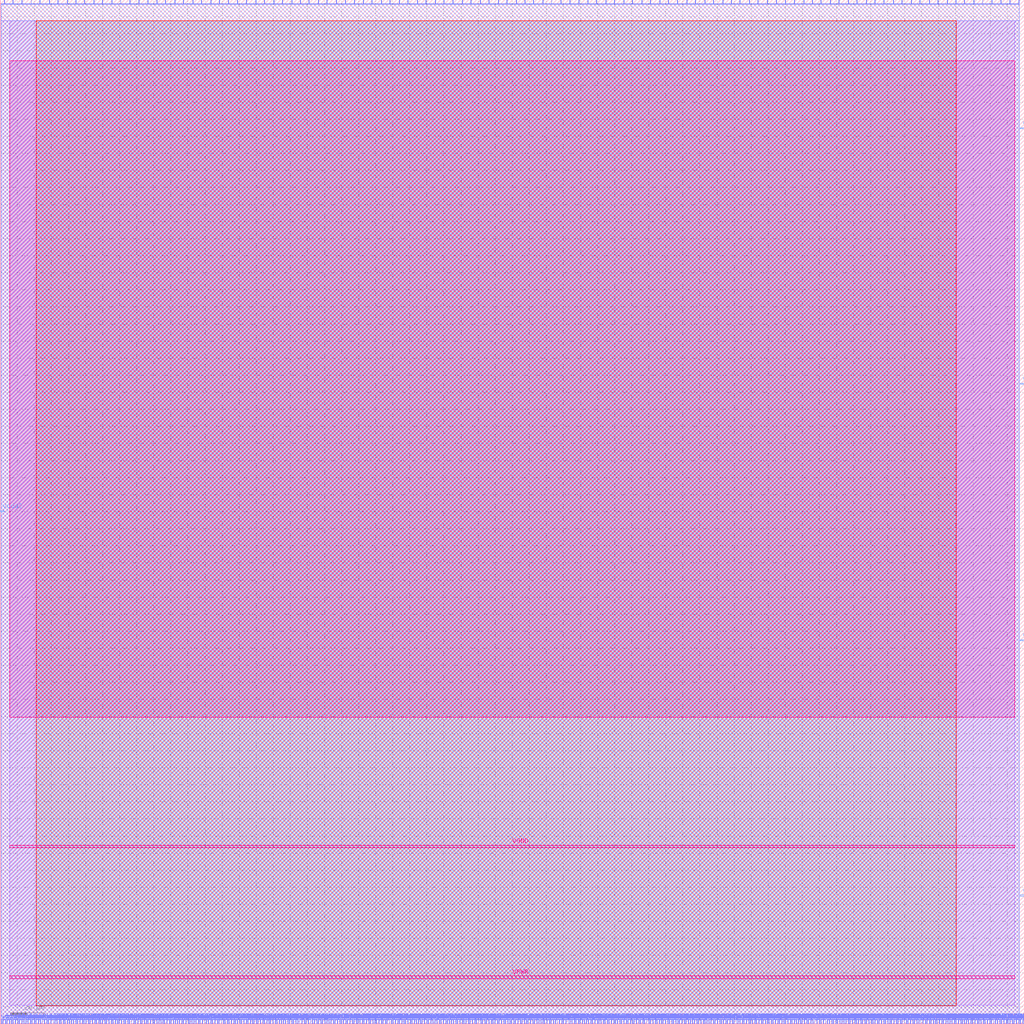
<source format=lef>
VERSION 5.7 ;
  NOWIREEXTENSIONATPIN ON ;
  DIVIDERCHAR "/" ;
  BUSBITCHARS "[]" ;
MACRO user_project_wrapper
  CLASS BLOCK ;
  FOREIGN user_project_wrapper ;
  ORIGIN 0.000 0.000 ;
  SIZE 600.000 BY 600.000 ;
  PIN io_in[0]
    DIRECTION INPUT ;
    PORT
      LAYER met2 ;
        RECT 2.390 597.600 2.670 600.000 ;
    END
  END io_in[0]
  PIN io_in[10]
    DIRECTION INPUT ;
    PORT
      LAYER met2 ;
        RECT 160.170 597.600 160.450 600.000 ;
    END
  END io_in[10]
  PIN io_in[11]
    DIRECTION INPUT ;
    PORT
      LAYER met2 ;
        RECT 175.810 597.600 176.090 600.000 ;
    END
  END io_in[11]
  PIN io_in[12]
    DIRECTION INPUT ;
    PORT
      LAYER met2 ;
        RECT 191.450 597.600 191.730 600.000 ;
    END
  END io_in[12]
  PIN io_in[13]
    DIRECTION INPUT ;
    PORT
      LAYER met2 ;
        RECT 207.550 597.600 207.830 600.000 ;
    END
  END io_in[13]
  PIN io_in[14]
    DIRECTION INPUT ;
    PORT
      LAYER met2 ;
        RECT 223.190 597.600 223.470 600.000 ;
    END
  END io_in[14]
  PIN io_in[15]
    DIRECTION INPUT ;
    PORT
      LAYER met2 ;
        RECT 238.830 597.600 239.110 600.000 ;
    END
  END io_in[15]
  PIN io_in[16]
    DIRECTION INPUT ;
    PORT
      LAYER met2 ;
        RECT 254.930 597.600 255.210 600.000 ;
    END
  END io_in[16]
  PIN io_in[17]
    DIRECTION INPUT ;
    PORT
      LAYER met2 ;
        RECT 270.570 597.600 270.850 600.000 ;
    END
  END io_in[17]
  PIN io_in[18]
    DIRECTION INPUT ;
    PORT
      LAYER met2 ;
        RECT 286.210 597.600 286.490 600.000 ;
    END
  END io_in[18]
  PIN io_in[19]
    DIRECTION INPUT ;
    PORT
      LAYER met2 ;
        RECT 302.310 597.600 302.590 600.000 ;
    END
  END io_in[19]
  PIN io_in[1]
    DIRECTION INPUT ;
    PORT
      LAYER met2 ;
        RECT 18.030 597.600 18.310 600.000 ;
    END
  END io_in[1]
  PIN io_in[20]
    DIRECTION INPUT ;
    PORT
      LAYER met2 ;
        RECT 317.950 597.600 318.230 600.000 ;
    END
  END io_in[20]
  PIN io_in[21]
    DIRECTION INPUT ;
    PORT
      LAYER met2 ;
        RECT 333.590 597.600 333.870 600.000 ;
    END
  END io_in[21]
  PIN io_in[22]
    DIRECTION INPUT ;
    PORT
      LAYER met2 ;
        RECT 349.230 597.600 349.510 600.000 ;
    END
  END io_in[22]
  PIN io_in[23]
    DIRECTION INPUT ;
    PORT
      LAYER met2 ;
        RECT 365.330 597.600 365.610 600.000 ;
    END
  END io_in[23]
  PIN io_in[24]
    DIRECTION INPUT ;
    PORT
      LAYER met2 ;
        RECT 380.970 597.600 381.250 600.000 ;
    END
  END io_in[24]
  PIN io_in[25]
    DIRECTION INPUT ;
    PORT
      LAYER met2 ;
        RECT 396.610 597.600 396.890 600.000 ;
    END
  END io_in[25]
  PIN io_in[26]
    DIRECTION INPUT ;
    PORT
      LAYER met2 ;
        RECT 412.710 597.600 412.990 600.000 ;
    END
  END io_in[26]
  PIN io_in[27]
    DIRECTION INPUT ;
    PORT
      LAYER met2 ;
        RECT 428.350 597.600 428.630 600.000 ;
    END
  END io_in[27]
  PIN io_in[28]
    DIRECTION INPUT ;
    PORT
      LAYER met2 ;
        RECT 443.990 597.600 444.270 600.000 ;
    END
  END io_in[28]
  PIN io_in[29]
    DIRECTION INPUT ;
    PORT
      LAYER met2 ;
        RECT 460.090 597.600 460.370 600.000 ;
    END
  END io_in[29]
  PIN io_in[2]
    DIRECTION INPUT ;
    PORT
      LAYER met2 ;
        RECT 33.670 597.600 33.950 600.000 ;
    END
  END io_in[2]
  PIN io_in[30]
    DIRECTION INPUT ;
    PORT
      LAYER met2 ;
        RECT 475.730 597.600 476.010 600.000 ;
    END
  END io_in[30]
  PIN io_in[31]
    DIRECTION INPUT ;
    PORT
      LAYER met2 ;
        RECT 491.370 597.600 491.650 600.000 ;
    END
  END io_in[31]
  PIN io_in[32]
    DIRECTION INPUT ;
    PORT
      LAYER met2 ;
        RECT 507.470 597.600 507.750 600.000 ;
    END
  END io_in[32]
  PIN io_in[33]
    DIRECTION INPUT ;
    PORT
      LAYER met2 ;
        RECT 523.110 597.600 523.390 600.000 ;
    END
  END io_in[33]
  PIN io_in[34]
    DIRECTION INPUT ;
    PORT
      LAYER met2 ;
        RECT 538.750 597.600 539.030 600.000 ;
    END
  END io_in[34]
  PIN io_in[35]
    DIRECTION INPUT ;
    PORT
      LAYER met2 ;
        RECT 554.850 597.600 555.130 600.000 ;
    END
  END io_in[35]
  PIN io_in[36]
    DIRECTION INPUT ;
    PORT
      LAYER met2 ;
        RECT 570.490 597.600 570.770 600.000 ;
    END
  END io_in[36]
  PIN io_in[37]
    DIRECTION INPUT ;
    PORT
      LAYER met2 ;
        RECT 586.130 597.600 586.410 600.000 ;
    END
  END io_in[37]
  PIN io_in[3]
    DIRECTION INPUT ;
    PORT
      LAYER met2 ;
        RECT 49.310 597.600 49.590 600.000 ;
    END
  END io_in[3]
  PIN io_in[4]
    DIRECTION INPUT ;
    PORT
      LAYER met2 ;
        RECT 65.410 597.600 65.690 600.000 ;
    END
  END io_in[4]
  PIN io_in[5]
    DIRECTION INPUT ;
    PORT
      LAYER met2 ;
        RECT 81.050 597.600 81.330 600.000 ;
    END
  END io_in[5]
  PIN io_in[6]
    DIRECTION INPUT ;
    PORT
      LAYER met2 ;
        RECT 96.690 597.600 96.970 600.000 ;
    END
  END io_in[6]
  PIN io_in[7]
    DIRECTION INPUT ;
    PORT
      LAYER met2 ;
        RECT 112.790 597.600 113.070 600.000 ;
    END
  END io_in[7]
  PIN io_in[8]
    DIRECTION INPUT ;
    PORT
      LAYER met2 ;
        RECT 128.430 597.600 128.710 600.000 ;
    END
  END io_in[8]
  PIN io_in[9]
    DIRECTION INPUT ;
    PORT
      LAYER met2 ;
        RECT 144.070 597.600 144.350 600.000 ;
    END
  END io_in[9]
  PIN io_oeb[0]
    DIRECTION OUTPUT TRISTATE ;
    PORT
      LAYER met2 ;
        RECT 7.450 597.600 7.730 600.000 ;
    END
  END io_oeb[0]
  PIN io_oeb[10]
    DIRECTION OUTPUT TRISTATE ;
    PORT
      LAYER met2 ;
        RECT 165.230 597.600 165.510 600.000 ;
    END
  END io_oeb[10]
  PIN io_oeb[11]
    DIRECTION OUTPUT TRISTATE ;
    PORT
      LAYER met2 ;
        RECT 180.870 597.600 181.150 600.000 ;
    END
  END io_oeb[11]
  PIN io_oeb[12]
    DIRECTION OUTPUT TRISTATE ;
    PORT
      LAYER met2 ;
        RECT 196.970 597.600 197.250 600.000 ;
    END
  END io_oeb[12]
  PIN io_oeb[13]
    DIRECTION OUTPUT TRISTATE ;
    PORT
      LAYER met2 ;
        RECT 212.610 597.600 212.890 600.000 ;
    END
  END io_oeb[13]
  PIN io_oeb[14]
    DIRECTION OUTPUT TRISTATE ;
    PORT
      LAYER met2 ;
        RECT 228.250 597.600 228.530 600.000 ;
    END
  END io_oeb[14]
  PIN io_oeb[15]
    DIRECTION OUTPUT TRISTATE ;
    PORT
      LAYER met2 ;
        RECT 244.350 597.600 244.630 600.000 ;
    END
  END io_oeb[15]
  PIN io_oeb[16]
    DIRECTION OUTPUT TRISTATE ;
    PORT
      LAYER met2 ;
        RECT 259.990 597.600 260.270 600.000 ;
    END
  END io_oeb[16]
  PIN io_oeb[17]
    DIRECTION OUTPUT TRISTATE ;
    PORT
      LAYER met2 ;
        RECT 275.630 597.600 275.910 600.000 ;
    END
  END io_oeb[17]
  PIN io_oeb[18]
    DIRECTION OUTPUT TRISTATE ;
    PORT
      LAYER met2 ;
        RECT 291.730 597.600 292.010 600.000 ;
    END
  END io_oeb[18]
  PIN io_oeb[19]
    DIRECTION OUTPUT TRISTATE ;
    PORT
      LAYER met2 ;
        RECT 307.370 597.600 307.650 600.000 ;
    END
  END io_oeb[19]
  PIN io_oeb[1]
    DIRECTION OUTPUT TRISTATE ;
    PORT
      LAYER met2 ;
        RECT 23.090 597.600 23.370 600.000 ;
    END
  END io_oeb[1]
  PIN io_oeb[20]
    DIRECTION OUTPUT TRISTATE ;
    PORT
      LAYER met2 ;
        RECT 323.010 597.600 323.290 600.000 ;
    END
  END io_oeb[20]
  PIN io_oeb[21]
    DIRECTION OUTPUT TRISTATE ;
    PORT
      LAYER met2 ;
        RECT 339.110 597.600 339.390 600.000 ;
    END
  END io_oeb[21]
  PIN io_oeb[22]
    DIRECTION OUTPUT TRISTATE ;
    PORT
      LAYER met2 ;
        RECT 354.750 597.600 355.030 600.000 ;
    END
  END io_oeb[22]
  PIN io_oeb[23]
    DIRECTION OUTPUT TRISTATE ;
    PORT
      LAYER met2 ;
        RECT 370.390 597.600 370.670 600.000 ;
    END
  END io_oeb[23]
  PIN io_oeb[24]
    DIRECTION OUTPUT TRISTATE ;
    PORT
      LAYER met2 ;
        RECT 386.490 597.600 386.770 600.000 ;
    END
  END io_oeb[24]
  PIN io_oeb[25]
    DIRECTION OUTPUT TRISTATE ;
    PORT
      LAYER met2 ;
        RECT 402.130 597.600 402.410 600.000 ;
    END
  END io_oeb[25]
  PIN io_oeb[26]
    DIRECTION OUTPUT TRISTATE ;
    PORT
      LAYER met2 ;
        RECT 417.770 597.600 418.050 600.000 ;
    END
  END io_oeb[26]
  PIN io_oeb[27]
    DIRECTION OUTPUT TRISTATE ;
    PORT
      LAYER met2 ;
        RECT 433.410 597.600 433.690 600.000 ;
    END
  END io_oeb[27]
  PIN io_oeb[28]
    DIRECTION OUTPUT TRISTATE ;
    PORT
      LAYER met2 ;
        RECT 449.510 597.600 449.790 600.000 ;
    END
  END io_oeb[28]
  PIN io_oeb[29]
    DIRECTION OUTPUT TRISTATE ;
    PORT
      LAYER met2 ;
        RECT 465.150 597.600 465.430 600.000 ;
    END
  END io_oeb[29]
  PIN io_oeb[2]
    DIRECTION OUTPUT TRISTATE ;
    PORT
      LAYER met2 ;
        RECT 39.190 597.600 39.470 600.000 ;
    END
  END io_oeb[2]
  PIN io_oeb[30]
    DIRECTION OUTPUT TRISTATE ;
    PORT
      LAYER met2 ;
        RECT 480.790 597.600 481.070 600.000 ;
    END
  END io_oeb[30]
  PIN io_oeb[31]
    DIRECTION OUTPUT TRISTATE ;
    PORT
      LAYER met2 ;
        RECT 496.890 597.600 497.170 600.000 ;
    END
  END io_oeb[31]
  PIN io_oeb[32]
    DIRECTION OUTPUT TRISTATE ;
    PORT
      LAYER met2 ;
        RECT 512.530 597.600 512.810 600.000 ;
    END
  END io_oeb[32]
  PIN io_oeb[33]
    DIRECTION OUTPUT TRISTATE ;
    PORT
      LAYER met2 ;
        RECT 528.170 597.600 528.450 600.000 ;
    END
  END io_oeb[33]
  PIN io_oeb[34]
    DIRECTION OUTPUT TRISTATE ;
    PORT
      LAYER met2 ;
        RECT 544.270 597.600 544.550 600.000 ;
    END
  END io_oeb[34]
  PIN io_oeb[35]
    DIRECTION OUTPUT TRISTATE ;
    PORT
      LAYER met2 ;
        RECT 559.910 597.600 560.190 600.000 ;
    END
  END io_oeb[35]
  PIN io_oeb[36]
    DIRECTION OUTPUT TRISTATE ;
    PORT
      LAYER met2 ;
        RECT 575.550 597.600 575.830 600.000 ;
    END
  END io_oeb[36]
  PIN io_oeb[37]
    DIRECTION OUTPUT TRISTATE ;
    PORT
      LAYER met2 ;
        RECT 591.650 597.600 591.930 600.000 ;
    END
  END io_oeb[37]
  PIN io_oeb[3]
    DIRECTION OUTPUT TRISTATE ;
    PORT
      LAYER met2 ;
        RECT 54.830 597.600 55.110 600.000 ;
    END
  END io_oeb[3]
  PIN io_oeb[4]
    DIRECTION OUTPUT TRISTATE ;
    PORT
      LAYER met2 ;
        RECT 70.470 597.600 70.750 600.000 ;
    END
  END io_oeb[4]
  PIN io_oeb[5]
    DIRECTION OUTPUT TRISTATE ;
    PORT
      LAYER met2 ;
        RECT 86.570 597.600 86.850 600.000 ;
    END
  END io_oeb[5]
  PIN io_oeb[6]
    DIRECTION OUTPUT TRISTATE ;
    PORT
      LAYER met2 ;
        RECT 102.210 597.600 102.490 600.000 ;
    END
  END io_oeb[6]
  PIN io_oeb[7]
    DIRECTION OUTPUT TRISTATE ;
    PORT
      LAYER met2 ;
        RECT 117.850 597.600 118.130 600.000 ;
    END
  END io_oeb[7]
  PIN io_oeb[8]
    DIRECTION OUTPUT TRISTATE ;
    PORT
      LAYER met2 ;
        RECT 133.490 597.600 133.770 600.000 ;
    END
  END io_oeb[8]
  PIN io_oeb[9]
    DIRECTION OUTPUT TRISTATE ;
    PORT
      LAYER met2 ;
        RECT 149.590 597.600 149.870 600.000 ;
    END
  END io_oeb[9]
  PIN io_out[0]
    DIRECTION OUTPUT TRISTATE ;
    PORT
      LAYER met2 ;
        RECT 12.510 597.600 12.790 600.000 ;
    END
  END io_out[0]
  PIN io_out[10]
    DIRECTION OUTPUT TRISTATE ;
    PORT
      LAYER met2 ;
        RECT 170.750 597.600 171.030 600.000 ;
    END
  END io_out[10]
  PIN io_out[11]
    DIRECTION OUTPUT TRISTATE ;
    PORT
      LAYER met2 ;
        RECT 186.390 597.600 186.670 600.000 ;
    END
  END io_out[11]
  PIN io_out[12]
    DIRECTION OUTPUT TRISTATE ;
    PORT
      LAYER met2 ;
        RECT 202.030 597.600 202.310 600.000 ;
    END
  END io_out[12]
  PIN io_out[13]
    DIRECTION OUTPUT TRISTATE ;
    PORT
      LAYER met2 ;
        RECT 217.670 597.600 217.950 600.000 ;
    END
  END io_out[13]
  PIN io_out[14]
    DIRECTION OUTPUT TRISTATE ;
    PORT
      LAYER met2 ;
        RECT 233.770 597.600 234.050 600.000 ;
    END
  END io_out[14]
  PIN io_out[15]
    DIRECTION OUTPUT TRISTATE ;
    PORT
      LAYER met2 ;
        RECT 249.410 597.600 249.690 600.000 ;
    END
  END io_out[15]
  PIN io_out[16]
    DIRECTION OUTPUT TRISTATE ;
    PORT
      LAYER met2 ;
        RECT 265.050 597.600 265.330 600.000 ;
    END
  END io_out[16]
  PIN io_out[17]
    DIRECTION OUTPUT TRISTATE ;
    PORT
      LAYER met2 ;
        RECT 281.150 597.600 281.430 600.000 ;
    END
  END io_out[17]
  PIN io_out[18]
    DIRECTION OUTPUT TRISTATE ;
    PORT
      LAYER met2 ;
        RECT 296.790 597.600 297.070 600.000 ;
    END
  END io_out[18]
  PIN io_out[19]
    DIRECTION OUTPUT TRISTATE ;
    PORT
      LAYER met2 ;
        RECT 312.430 597.600 312.710 600.000 ;
    END
  END io_out[19]
  PIN io_out[1]
    DIRECTION OUTPUT TRISTATE ;
    PORT
      LAYER met2 ;
        RECT 28.610 597.600 28.890 600.000 ;
    END
  END io_out[1]
  PIN io_out[20]
    DIRECTION OUTPUT TRISTATE ;
    PORT
      LAYER met2 ;
        RECT 328.530 597.600 328.810 600.000 ;
    END
  END io_out[20]
  PIN io_out[21]
    DIRECTION OUTPUT TRISTATE ;
    PORT
      LAYER met2 ;
        RECT 344.170 597.600 344.450 600.000 ;
    END
  END io_out[21]
  PIN io_out[22]
    DIRECTION OUTPUT TRISTATE ;
    PORT
      LAYER met2 ;
        RECT 359.810 597.600 360.090 600.000 ;
    END
  END io_out[22]
  PIN io_out[23]
    DIRECTION OUTPUT TRISTATE ;
    PORT
      LAYER met2 ;
        RECT 375.910 597.600 376.190 600.000 ;
    END
  END io_out[23]
  PIN io_out[24]
    DIRECTION OUTPUT TRISTATE ;
    PORT
      LAYER met2 ;
        RECT 391.550 597.600 391.830 600.000 ;
    END
  END io_out[24]
  PIN io_out[25]
    DIRECTION OUTPUT TRISTATE ;
    PORT
      LAYER met2 ;
        RECT 407.190 597.600 407.470 600.000 ;
    END
  END io_out[25]
  PIN io_out[26]
    DIRECTION OUTPUT TRISTATE ;
    PORT
      LAYER met2 ;
        RECT 423.290 597.600 423.570 600.000 ;
    END
  END io_out[26]
  PIN io_out[27]
    DIRECTION OUTPUT TRISTATE ;
    PORT
      LAYER met2 ;
        RECT 438.930 597.600 439.210 600.000 ;
    END
  END io_out[27]
  PIN io_out[28]
    DIRECTION OUTPUT TRISTATE ;
    PORT
      LAYER met2 ;
        RECT 454.570 597.600 454.850 600.000 ;
    END
  END io_out[28]
  PIN io_out[29]
    DIRECTION OUTPUT TRISTATE ;
    PORT
      LAYER met2 ;
        RECT 470.670 597.600 470.950 600.000 ;
    END
  END io_out[29]
  PIN io_out[2]
    DIRECTION OUTPUT TRISTATE ;
    PORT
      LAYER met2 ;
        RECT 44.250 597.600 44.530 600.000 ;
    END
  END io_out[2]
  PIN io_out[30]
    DIRECTION OUTPUT TRISTATE ;
    PORT
      LAYER met2 ;
        RECT 486.310 597.600 486.590 600.000 ;
    END
  END io_out[30]
  PIN io_out[31]
    DIRECTION OUTPUT TRISTATE ;
    PORT
      LAYER met2 ;
        RECT 501.950 597.600 502.230 600.000 ;
    END
  END io_out[31]
  PIN io_out[32]
    DIRECTION OUTPUT TRISTATE ;
    PORT
      LAYER met2 ;
        RECT 517.590 597.600 517.870 600.000 ;
    END
  END io_out[32]
  PIN io_out[33]
    DIRECTION OUTPUT TRISTATE ;
    PORT
      LAYER met2 ;
        RECT 533.690 597.600 533.970 600.000 ;
    END
  END io_out[33]
  PIN io_out[34]
    DIRECTION OUTPUT TRISTATE ;
    PORT
      LAYER met2 ;
        RECT 549.330 597.600 549.610 600.000 ;
    END
  END io_out[34]
  PIN io_out[35]
    DIRECTION OUTPUT TRISTATE ;
    PORT
      LAYER met2 ;
        RECT 564.970 597.600 565.250 600.000 ;
    END
  END io_out[35]
  PIN io_out[36]
    DIRECTION OUTPUT TRISTATE ;
    PORT
      LAYER met2 ;
        RECT 581.070 597.600 581.350 600.000 ;
    END
  END io_out[36]
  PIN io_out[37]
    DIRECTION OUTPUT TRISTATE ;
    PORT
      LAYER met2 ;
        RECT 596.710 597.600 596.990 600.000 ;
    END
  END io_out[37]
  PIN io_out[3]
    DIRECTION OUTPUT TRISTATE ;
    PORT
      LAYER met2 ;
        RECT 59.890 597.600 60.170 600.000 ;
    END
  END io_out[3]
  PIN io_out[4]
    DIRECTION OUTPUT TRISTATE ;
    PORT
      LAYER met2 ;
        RECT 75.990 597.600 76.270 600.000 ;
    END
  END io_out[4]
  PIN io_out[5]
    DIRECTION OUTPUT TRISTATE ;
    PORT
      LAYER met2 ;
        RECT 91.630 597.600 91.910 600.000 ;
    END
  END io_out[5]
  PIN io_out[6]
    DIRECTION OUTPUT TRISTATE ;
    PORT
      LAYER met2 ;
        RECT 107.270 597.600 107.550 600.000 ;
    END
  END io_out[6]
  PIN io_out[7]
    DIRECTION OUTPUT TRISTATE ;
    PORT
      LAYER met2 ;
        RECT 123.370 597.600 123.650 600.000 ;
    END
  END io_out[7]
  PIN io_out[8]
    DIRECTION OUTPUT TRISTATE ;
    PORT
      LAYER met2 ;
        RECT 139.010 597.600 139.290 600.000 ;
    END
  END io_out[8]
  PIN io_out[9]
    DIRECTION OUTPUT TRISTATE ;
    PORT
      LAYER met2 ;
        RECT 154.650 597.600 154.930 600.000 ;
    END
  END io_out[9]
  PIN la_data_in[0]
    DIRECTION INPUT ;
    PORT
      LAYER met2 ;
        RECT 129.350 0.000 129.630 2.400 ;
    END
  END la_data_in[0]
  PIN la_data_in[100]
    DIRECTION INPUT ;
    PORT
      LAYER met2 ;
        RECT 494.130 0.000 494.410 2.400 ;
    END
  END la_data_in[100]
  PIN la_data_in[101]
    DIRECTION INPUT ;
    PORT
      LAYER met2 ;
        RECT 497.810 0.000 498.090 2.400 ;
    END
  END la_data_in[101]
  PIN la_data_in[102]
    DIRECTION INPUT ;
    PORT
      LAYER met2 ;
        RECT 501.490 0.000 501.770 2.400 ;
    END
  END la_data_in[102]
  PIN la_data_in[103]
    DIRECTION INPUT ;
    PORT
      LAYER met2 ;
        RECT 505.170 0.000 505.450 2.400 ;
    END
  END la_data_in[103]
  PIN la_data_in[104]
    DIRECTION INPUT ;
    PORT
      LAYER met2 ;
        RECT 508.850 0.000 509.130 2.400 ;
    END
  END la_data_in[104]
  PIN la_data_in[105]
    DIRECTION INPUT ;
    PORT
      LAYER met2 ;
        RECT 512.530 0.000 512.810 2.400 ;
    END
  END la_data_in[105]
  PIN la_data_in[106]
    DIRECTION INPUT ;
    PORT
      LAYER met2 ;
        RECT 516.210 0.000 516.490 2.400 ;
    END
  END la_data_in[106]
  PIN la_data_in[107]
    DIRECTION INPUT ;
    PORT
      LAYER met2 ;
        RECT 519.890 0.000 520.170 2.400 ;
    END
  END la_data_in[107]
  PIN la_data_in[108]
    DIRECTION INPUT ;
    PORT
      LAYER met2 ;
        RECT 523.570 0.000 523.850 2.400 ;
    END
  END la_data_in[108]
  PIN la_data_in[109]
    DIRECTION INPUT ;
    PORT
      LAYER met2 ;
        RECT 527.250 0.000 527.530 2.400 ;
    END
  END la_data_in[109]
  PIN la_data_in[10]
    DIRECTION INPUT ;
    PORT
      LAYER met2 ;
        RECT 165.690 0.000 165.970 2.400 ;
    END
  END la_data_in[10]
  PIN la_data_in[110]
    DIRECTION INPUT ;
    PORT
      LAYER met2 ;
        RECT 530.930 0.000 531.210 2.400 ;
    END
  END la_data_in[110]
  PIN la_data_in[111]
    DIRECTION INPUT ;
    PORT
      LAYER met2 ;
        RECT 534.610 0.000 534.890 2.400 ;
    END
  END la_data_in[111]
  PIN la_data_in[112]
    DIRECTION INPUT ;
    PORT
      LAYER met2 ;
        RECT 538.290 0.000 538.570 2.400 ;
    END
  END la_data_in[112]
  PIN la_data_in[113]
    DIRECTION INPUT ;
    PORT
      LAYER met2 ;
        RECT 541.970 0.000 542.250 2.400 ;
    END
  END la_data_in[113]
  PIN la_data_in[114]
    DIRECTION INPUT ;
    PORT
      LAYER met2 ;
        RECT 545.190 0.000 545.470 2.400 ;
    END
  END la_data_in[114]
  PIN la_data_in[115]
    DIRECTION INPUT ;
    PORT
      LAYER met2 ;
        RECT 548.870 0.000 549.150 2.400 ;
    END
  END la_data_in[115]
  PIN la_data_in[116]
    DIRECTION INPUT ;
    PORT
      LAYER met2 ;
        RECT 552.550 0.000 552.830 2.400 ;
    END
  END la_data_in[116]
  PIN la_data_in[117]
    DIRECTION INPUT ;
    PORT
      LAYER met2 ;
        RECT 556.230 0.000 556.510 2.400 ;
    END
  END la_data_in[117]
  PIN la_data_in[118]
    DIRECTION INPUT ;
    PORT
      LAYER met2 ;
        RECT 559.910 0.000 560.190 2.400 ;
    END
  END la_data_in[118]
  PIN la_data_in[119]
    DIRECTION INPUT ;
    PORT
      LAYER met2 ;
        RECT 563.590 0.000 563.870 2.400 ;
    END
  END la_data_in[119]
  PIN la_data_in[11]
    DIRECTION INPUT ;
    PORT
      LAYER met2 ;
        RECT 169.370 0.000 169.650 2.400 ;
    END
  END la_data_in[11]
  PIN la_data_in[120]
    DIRECTION INPUT ;
    PORT
      LAYER met2 ;
        RECT 567.270 0.000 567.550 2.400 ;
    END
  END la_data_in[120]
  PIN la_data_in[121]
    DIRECTION INPUT ;
    PORT
      LAYER met2 ;
        RECT 570.950 0.000 571.230 2.400 ;
    END
  END la_data_in[121]
  PIN la_data_in[122]
    DIRECTION INPUT ;
    PORT
      LAYER met2 ;
        RECT 574.630 0.000 574.910 2.400 ;
    END
  END la_data_in[122]
  PIN la_data_in[123]
    DIRECTION INPUT ;
    PORT
      LAYER met2 ;
        RECT 578.310 0.000 578.590 2.400 ;
    END
  END la_data_in[123]
  PIN la_data_in[124]
    DIRECTION INPUT ;
    PORT
      LAYER met2 ;
        RECT 581.990 0.000 582.270 2.400 ;
    END
  END la_data_in[124]
  PIN la_data_in[125]
    DIRECTION INPUT ;
    PORT
      LAYER met2 ;
        RECT 585.670 0.000 585.950 2.400 ;
    END
  END la_data_in[125]
  PIN la_data_in[126]
    DIRECTION INPUT ;
    PORT
      LAYER met2 ;
        RECT 589.350 0.000 589.630 2.400 ;
    END
  END la_data_in[126]
  PIN la_data_in[127]
    DIRECTION INPUT ;
    PORT
      LAYER met2 ;
        RECT 593.030 0.000 593.310 2.400 ;
    END
  END la_data_in[127]
  PIN la_data_in[12]
    DIRECTION INPUT ;
    PORT
      LAYER met2 ;
        RECT 173.050 0.000 173.330 2.400 ;
    END
  END la_data_in[12]
  PIN la_data_in[13]
    DIRECTION INPUT ;
    PORT
      LAYER met2 ;
        RECT 176.730 0.000 177.010 2.400 ;
    END
  END la_data_in[13]
  PIN la_data_in[14]
    DIRECTION INPUT ;
    PORT
      LAYER met2 ;
        RECT 180.410 0.000 180.690 2.400 ;
    END
  END la_data_in[14]
  PIN la_data_in[15]
    DIRECTION INPUT ;
    PORT
      LAYER met2 ;
        RECT 184.090 0.000 184.370 2.400 ;
    END
  END la_data_in[15]
  PIN la_data_in[16]
    DIRECTION INPUT ;
    PORT
      LAYER met2 ;
        RECT 187.770 0.000 188.050 2.400 ;
    END
  END la_data_in[16]
  PIN la_data_in[17]
    DIRECTION INPUT ;
    PORT
      LAYER met2 ;
        RECT 191.450 0.000 191.730 2.400 ;
    END
  END la_data_in[17]
  PIN la_data_in[18]
    DIRECTION INPUT ;
    PORT
      LAYER met2 ;
        RECT 195.130 0.000 195.410 2.400 ;
    END
  END la_data_in[18]
  PIN la_data_in[19]
    DIRECTION INPUT ;
    PORT
      LAYER met2 ;
        RECT 198.810 0.000 199.090 2.400 ;
    END
  END la_data_in[19]
  PIN la_data_in[1]
    DIRECTION INPUT ;
    PORT
      LAYER met2 ;
        RECT 133.030 0.000 133.310 2.400 ;
    END
  END la_data_in[1]
  PIN la_data_in[20]
    DIRECTION INPUT ;
    PORT
      LAYER met2 ;
        RECT 202.490 0.000 202.770 2.400 ;
    END
  END la_data_in[20]
  PIN la_data_in[21]
    DIRECTION INPUT ;
    PORT
      LAYER met2 ;
        RECT 206.170 0.000 206.450 2.400 ;
    END
  END la_data_in[21]
  PIN la_data_in[22]
    DIRECTION INPUT ;
    PORT
      LAYER met2 ;
        RECT 209.390 0.000 209.670 2.400 ;
    END
  END la_data_in[22]
  PIN la_data_in[23]
    DIRECTION INPUT ;
    PORT
      LAYER met2 ;
        RECT 213.070 0.000 213.350 2.400 ;
    END
  END la_data_in[23]
  PIN la_data_in[24]
    DIRECTION INPUT ;
    PORT
      LAYER met2 ;
        RECT 216.750 0.000 217.030 2.400 ;
    END
  END la_data_in[24]
  PIN la_data_in[25]
    DIRECTION INPUT ;
    PORT
      LAYER met2 ;
        RECT 220.430 0.000 220.710 2.400 ;
    END
  END la_data_in[25]
  PIN la_data_in[26]
    DIRECTION INPUT ;
    PORT
      LAYER met2 ;
        RECT 224.110 0.000 224.390 2.400 ;
    END
  END la_data_in[26]
  PIN la_data_in[27]
    DIRECTION INPUT ;
    PORT
      LAYER met2 ;
        RECT 227.790 0.000 228.070 2.400 ;
    END
  END la_data_in[27]
  PIN la_data_in[28]
    DIRECTION INPUT ;
    PORT
      LAYER met2 ;
        RECT 231.470 0.000 231.750 2.400 ;
    END
  END la_data_in[28]
  PIN la_data_in[29]
    DIRECTION INPUT ;
    PORT
      LAYER met2 ;
        RECT 235.150 0.000 235.430 2.400 ;
    END
  END la_data_in[29]
  PIN la_data_in[2]
    DIRECTION INPUT ;
    PORT
      LAYER met2 ;
        RECT 136.710 0.000 136.990 2.400 ;
    END
  END la_data_in[2]
  PIN la_data_in[30]
    DIRECTION INPUT ;
    PORT
      LAYER met2 ;
        RECT 238.830 0.000 239.110 2.400 ;
    END
  END la_data_in[30]
  PIN la_data_in[31]
    DIRECTION INPUT ;
    PORT
      LAYER met2 ;
        RECT 242.510 0.000 242.790 2.400 ;
    END
  END la_data_in[31]
  PIN la_data_in[32]
    DIRECTION INPUT ;
    PORT
      LAYER met2 ;
        RECT 246.190 0.000 246.470 2.400 ;
    END
  END la_data_in[32]
  PIN la_data_in[33]
    DIRECTION INPUT ;
    PORT
      LAYER met2 ;
        RECT 249.870 0.000 250.150 2.400 ;
    END
  END la_data_in[33]
  PIN la_data_in[34]
    DIRECTION INPUT ;
    PORT
      LAYER met2 ;
        RECT 253.550 0.000 253.830 2.400 ;
    END
  END la_data_in[34]
  PIN la_data_in[35]
    DIRECTION INPUT ;
    PORT
      LAYER met2 ;
        RECT 257.230 0.000 257.510 2.400 ;
    END
  END la_data_in[35]
  PIN la_data_in[36]
    DIRECTION INPUT ;
    PORT
      LAYER met2 ;
        RECT 260.910 0.000 261.190 2.400 ;
    END
  END la_data_in[36]
  PIN la_data_in[37]
    DIRECTION INPUT ;
    PORT
      LAYER met2 ;
        RECT 264.130 0.000 264.410 2.400 ;
    END
  END la_data_in[37]
  PIN la_data_in[38]
    DIRECTION INPUT ;
    PORT
      LAYER met2 ;
        RECT 267.810 0.000 268.090 2.400 ;
    END
  END la_data_in[38]
  PIN la_data_in[39]
    DIRECTION INPUT ;
    PORT
      LAYER met2 ;
        RECT 271.490 0.000 271.770 2.400 ;
    END
  END la_data_in[39]
  PIN la_data_in[3]
    DIRECTION INPUT ;
    PORT
      LAYER met2 ;
        RECT 140.390 0.000 140.670 2.400 ;
    END
  END la_data_in[3]
  PIN la_data_in[40]
    DIRECTION INPUT ;
    PORT
      LAYER met2 ;
        RECT 275.170 0.000 275.450 2.400 ;
    END
  END la_data_in[40]
  PIN la_data_in[41]
    DIRECTION INPUT ;
    PORT
      LAYER met2 ;
        RECT 278.850 0.000 279.130 2.400 ;
    END
  END la_data_in[41]
  PIN la_data_in[42]
    DIRECTION INPUT ;
    PORT
      LAYER met2 ;
        RECT 282.530 0.000 282.810 2.400 ;
    END
  END la_data_in[42]
  PIN la_data_in[43]
    DIRECTION INPUT ;
    PORT
      LAYER met2 ;
        RECT 286.210 0.000 286.490 2.400 ;
    END
  END la_data_in[43]
  PIN la_data_in[44]
    DIRECTION INPUT ;
    PORT
      LAYER met2 ;
        RECT 289.890 0.000 290.170 2.400 ;
    END
  END la_data_in[44]
  PIN la_data_in[45]
    DIRECTION INPUT ;
    PORT
      LAYER met2 ;
        RECT 293.570 0.000 293.850 2.400 ;
    END
  END la_data_in[45]
  PIN la_data_in[46]
    DIRECTION INPUT ;
    PORT
      LAYER met2 ;
        RECT 297.250 0.000 297.530 2.400 ;
    END
  END la_data_in[46]
  PIN la_data_in[47]
    DIRECTION INPUT ;
    PORT
      LAYER met2 ;
        RECT 300.930 0.000 301.210 2.400 ;
    END
  END la_data_in[47]
  PIN la_data_in[48]
    DIRECTION INPUT ;
    PORT
      LAYER met2 ;
        RECT 304.610 0.000 304.890 2.400 ;
    END
  END la_data_in[48]
  PIN la_data_in[49]
    DIRECTION INPUT ;
    PORT
      LAYER met2 ;
        RECT 308.290 0.000 308.570 2.400 ;
    END
  END la_data_in[49]
  PIN la_data_in[4]
    DIRECTION INPUT ;
    PORT
      LAYER met2 ;
        RECT 144.070 0.000 144.350 2.400 ;
    END
  END la_data_in[4]
  PIN la_data_in[50]
    DIRECTION INPUT ;
    PORT
      LAYER met2 ;
        RECT 311.970 0.000 312.250 2.400 ;
    END
  END la_data_in[50]
  PIN la_data_in[51]
    DIRECTION INPUT ;
    PORT
      LAYER met2 ;
        RECT 315.650 0.000 315.930 2.400 ;
    END
  END la_data_in[51]
  PIN la_data_in[52]
    DIRECTION INPUT ;
    PORT
      LAYER met2 ;
        RECT 318.870 0.000 319.150 2.400 ;
    END
  END la_data_in[52]
  PIN la_data_in[53]
    DIRECTION INPUT ;
    PORT
      LAYER met2 ;
        RECT 322.550 0.000 322.830 2.400 ;
    END
  END la_data_in[53]
  PIN la_data_in[54]
    DIRECTION INPUT ;
    PORT
      LAYER met2 ;
        RECT 326.230 0.000 326.510 2.400 ;
    END
  END la_data_in[54]
  PIN la_data_in[55]
    DIRECTION INPUT ;
    PORT
      LAYER met2 ;
        RECT 329.910 0.000 330.190 2.400 ;
    END
  END la_data_in[55]
  PIN la_data_in[56]
    DIRECTION INPUT ;
    PORT
      LAYER met2 ;
        RECT 333.590 0.000 333.870 2.400 ;
    END
  END la_data_in[56]
  PIN la_data_in[57]
    DIRECTION INPUT ;
    PORT
      LAYER met2 ;
        RECT 337.270 0.000 337.550 2.400 ;
    END
  END la_data_in[57]
  PIN la_data_in[58]
    DIRECTION INPUT ;
    PORT
      LAYER met2 ;
        RECT 340.950 0.000 341.230 2.400 ;
    END
  END la_data_in[58]
  PIN la_data_in[59]
    DIRECTION INPUT ;
    PORT
      LAYER met2 ;
        RECT 344.630 0.000 344.910 2.400 ;
    END
  END la_data_in[59]
  PIN la_data_in[5]
    DIRECTION INPUT ;
    PORT
      LAYER met2 ;
        RECT 147.750 0.000 148.030 2.400 ;
    END
  END la_data_in[5]
  PIN la_data_in[60]
    DIRECTION INPUT ;
    PORT
      LAYER met2 ;
        RECT 348.310 0.000 348.590 2.400 ;
    END
  END la_data_in[60]
  PIN la_data_in[61]
    DIRECTION INPUT ;
    PORT
      LAYER met2 ;
        RECT 351.990 0.000 352.270 2.400 ;
    END
  END la_data_in[61]
  PIN la_data_in[62]
    DIRECTION INPUT ;
    PORT
      LAYER met2 ;
        RECT 355.670 0.000 355.950 2.400 ;
    END
  END la_data_in[62]
  PIN la_data_in[63]
    DIRECTION INPUT ;
    PORT
      LAYER met2 ;
        RECT 359.350 0.000 359.630 2.400 ;
    END
  END la_data_in[63]
  PIN la_data_in[64]
    DIRECTION INPUT ;
    PORT
      LAYER met2 ;
        RECT 363.030 0.000 363.310 2.400 ;
    END
  END la_data_in[64]
  PIN la_data_in[65]
    DIRECTION INPUT ;
    PORT
      LAYER met2 ;
        RECT 366.710 0.000 366.990 2.400 ;
    END
  END la_data_in[65]
  PIN la_data_in[66]
    DIRECTION INPUT ;
    PORT
      LAYER met2 ;
        RECT 370.390 0.000 370.670 2.400 ;
    END
  END la_data_in[66]
  PIN la_data_in[67]
    DIRECTION INPUT ;
    PORT
      LAYER met2 ;
        RECT 374.070 0.000 374.350 2.400 ;
    END
  END la_data_in[67]
  PIN la_data_in[68]
    DIRECTION INPUT ;
    PORT
      LAYER met2 ;
        RECT 377.290 0.000 377.570 2.400 ;
    END
  END la_data_in[68]
  PIN la_data_in[69]
    DIRECTION INPUT ;
    PORT
      LAYER met2 ;
        RECT 380.970 0.000 381.250 2.400 ;
    END
  END la_data_in[69]
  PIN la_data_in[6]
    DIRECTION INPUT ;
    PORT
      LAYER met2 ;
        RECT 150.970 0.000 151.250 2.400 ;
    END
  END la_data_in[6]
  PIN la_data_in[70]
    DIRECTION INPUT ;
    PORT
      LAYER met2 ;
        RECT 384.650 0.000 384.930 2.400 ;
    END
  END la_data_in[70]
  PIN la_data_in[71]
    DIRECTION INPUT ;
    PORT
      LAYER met2 ;
        RECT 388.330 0.000 388.610 2.400 ;
    END
  END la_data_in[71]
  PIN la_data_in[72]
    DIRECTION INPUT ;
    PORT
      LAYER met2 ;
        RECT 392.010 0.000 392.290 2.400 ;
    END
  END la_data_in[72]
  PIN la_data_in[73]
    DIRECTION INPUT ;
    PORT
      LAYER met2 ;
        RECT 395.690 0.000 395.970 2.400 ;
    END
  END la_data_in[73]
  PIN la_data_in[74]
    DIRECTION INPUT ;
    PORT
      LAYER met2 ;
        RECT 399.370 0.000 399.650 2.400 ;
    END
  END la_data_in[74]
  PIN la_data_in[75]
    DIRECTION INPUT ;
    PORT
      LAYER met2 ;
        RECT 403.050 0.000 403.330 2.400 ;
    END
  END la_data_in[75]
  PIN la_data_in[76]
    DIRECTION INPUT ;
    PORT
      LAYER met2 ;
        RECT 406.730 0.000 407.010 2.400 ;
    END
  END la_data_in[76]
  PIN la_data_in[77]
    DIRECTION INPUT ;
    PORT
      LAYER met2 ;
        RECT 410.410 0.000 410.690 2.400 ;
    END
  END la_data_in[77]
  PIN la_data_in[78]
    DIRECTION INPUT ;
    PORT
      LAYER met2 ;
        RECT 414.090 0.000 414.370 2.400 ;
    END
  END la_data_in[78]
  PIN la_data_in[79]
    DIRECTION INPUT ;
    PORT
      LAYER met2 ;
        RECT 417.770 0.000 418.050 2.400 ;
    END
  END la_data_in[79]
  PIN la_data_in[7]
    DIRECTION INPUT ;
    PORT
      LAYER met2 ;
        RECT 154.650 0.000 154.930 2.400 ;
    END
  END la_data_in[7]
  PIN la_data_in[80]
    DIRECTION INPUT ;
    PORT
      LAYER met2 ;
        RECT 421.450 0.000 421.730 2.400 ;
    END
  END la_data_in[80]
  PIN la_data_in[81]
    DIRECTION INPUT ;
    PORT
      LAYER met2 ;
        RECT 425.130 0.000 425.410 2.400 ;
    END
  END la_data_in[81]
  PIN la_data_in[82]
    DIRECTION INPUT ;
    PORT
      LAYER met2 ;
        RECT 428.810 0.000 429.090 2.400 ;
    END
  END la_data_in[82]
  PIN la_data_in[83]
    DIRECTION INPUT ;
    PORT
      LAYER met2 ;
        RECT 432.030 0.000 432.310 2.400 ;
    END
  END la_data_in[83]
  PIN la_data_in[84]
    DIRECTION INPUT ;
    PORT
      LAYER met2 ;
        RECT 435.710 0.000 435.990 2.400 ;
    END
  END la_data_in[84]
  PIN la_data_in[85]
    DIRECTION INPUT ;
    PORT
      LAYER met2 ;
        RECT 439.390 0.000 439.670 2.400 ;
    END
  END la_data_in[85]
  PIN la_data_in[86]
    DIRECTION INPUT ;
    PORT
      LAYER met2 ;
        RECT 443.070 0.000 443.350 2.400 ;
    END
  END la_data_in[86]
  PIN la_data_in[87]
    DIRECTION INPUT ;
    PORT
      LAYER met2 ;
        RECT 446.750 0.000 447.030 2.400 ;
    END
  END la_data_in[87]
  PIN la_data_in[88]
    DIRECTION INPUT ;
    PORT
      LAYER met2 ;
        RECT 450.430 0.000 450.710 2.400 ;
    END
  END la_data_in[88]
  PIN la_data_in[89]
    DIRECTION INPUT ;
    PORT
      LAYER met2 ;
        RECT 454.110 0.000 454.390 2.400 ;
    END
  END la_data_in[89]
  PIN la_data_in[8]
    DIRECTION INPUT ;
    PORT
      LAYER met2 ;
        RECT 158.330 0.000 158.610 2.400 ;
    END
  END la_data_in[8]
  PIN la_data_in[90]
    DIRECTION INPUT ;
    PORT
      LAYER met2 ;
        RECT 457.790 0.000 458.070 2.400 ;
    END
  END la_data_in[90]
  PIN la_data_in[91]
    DIRECTION INPUT ;
    PORT
      LAYER met2 ;
        RECT 461.470 0.000 461.750 2.400 ;
    END
  END la_data_in[91]
  PIN la_data_in[92]
    DIRECTION INPUT ;
    PORT
      LAYER met2 ;
        RECT 465.150 0.000 465.430 2.400 ;
    END
  END la_data_in[92]
  PIN la_data_in[93]
    DIRECTION INPUT ;
    PORT
      LAYER met2 ;
        RECT 468.830 0.000 469.110 2.400 ;
    END
  END la_data_in[93]
  PIN la_data_in[94]
    DIRECTION INPUT ;
    PORT
      LAYER met2 ;
        RECT 472.510 0.000 472.790 2.400 ;
    END
  END la_data_in[94]
  PIN la_data_in[95]
    DIRECTION INPUT ;
    PORT
      LAYER met2 ;
        RECT 476.190 0.000 476.470 2.400 ;
    END
  END la_data_in[95]
  PIN la_data_in[96]
    DIRECTION INPUT ;
    PORT
      LAYER met2 ;
        RECT 479.870 0.000 480.150 2.400 ;
    END
  END la_data_in[96]
  PIN la_data_in[97]
    DIRECTION INPUT ;
    PORT
      LAYER met2 ;
        RECT 483.550 0.000 483.830 2.400 ;
    END
  END la_data_in[97]
  PIN la_data_in[98]
    DIRECTION INPUT ;
    PORT
      LAYER met2 ;
        RECT 487.230 0.000 487.510 2.400 ;
    END
  END la_data_in[98]
  PIN la_data_in[99]
    DIRECTION INPUT ;
    PORT
      LAYER met2 ;
        RECT 490.450 0.000 490.730 2.400 ;
    END
  END la_data_in[99]
  PIN la_data_in[9]
    DIRECTION INPUT ;
    PORT
      LAYER met2 ;
        RECT 162.010 0.000 162.290 2.400 ;
    END
  END la_data_in[9]
  PIN la_data_out[0]
    DIRECTION OUTPUT TRISTATE ;
    PORT
      LAYER met2 ;
        RECT 130.730 0.000 131.010 2.400 ;
    END
  END la_data_out[0]
  PIN la_data_out[100]
    DIRECTION OUTPUT TRISTATE ;
    PORT
      LAYER met2 ;
        RECT 495.510 0.000 495.790 2.400 ;
    END
  END la_data_out[100]
  PIN la_data_out[101]
    DIRECTION OUTPUT TRISTATE ;
    PORT
      LAYER met2 ;
        RECT 499.190 0.000 499.470 2.400 ;
    END
  END la_data_out[101]
  PIN la_data_out[102]
    DIRECTION OUTPUT TRISTATE ;
    PORT
      LAYER met2 ;
        RECT 502.870 0.000 503.150 2.400 ;
    END
  END la_data_out[102]
  PIN la_data_out[103]
    DIRECTION OUTPUT TRISTATE ;
    PORT
      LAYER met2 ;
        RECT 506.550 0.000 506.830 2.400 ;
    END
  END la_data_out[103]
  PIN la_data_out[104]
    DIRECTION OUTPUT TRISTATE ;
    PORT
      LAYER met2 ;
        RECT 510.230 0.000 510.510 2.400 ;
    END
  END la_data_out[104]
  PIN la_data_out[105]
    DIRECTION OUTPUT TRISTATE ;
    PORT
      LAYER met2 ;
        RECT 513.910 0.000 514.190 2.400 ;
    END
  END la_data_out[105]
  PIN la_data_out[106]
    DIRECTION OUTPUT TRISTATE ;
    PORT
      LAYER met2 ;
        RECT 517.590 0.000 517.870 2.400 ;
    END
  END la_data_out[106]
  PIN la_data_out[107]
    DIRECTION OUTPUT TRISTATE ;
    PORT
      LAYER met2 ;
        RECT 521.270 0.000 521.550 2.400 ;
    END
  END la_data_out[107]
  PIN la_data_out[108]
    DIRECTION OUTPUT TRISTATE ;
    PORT
      LAYER met2 ;
        RECT 524.950 0.000 525.230 2.400 ;
    END
  END la_data_out[108]
  PIN la_data_out[109]
    DIRECTION OUTPUT TRISTATE ;
    PORT
      LAYER met2 ;
        RECT 528.170 0.000 528.450 2.400 ;
    END
  END la_data_out[109]
  PIN la_data_out[10]
    DIRECTION OUTPUT TRISTATE ;
    PORT
      LAYER met2 ;
        RECT 167.070 0.000 167.350 2.400 ;
    END
  END la_data_out[10]
  PIN la_data_out[110]
    DIRECTION OUTPUT TRISTATE ;
    PORT
      LAYER met2 ;
        RECT 531.850 0.000 532.130 2.400 ;
    END
  END la_data_out[110]
  PIN la_data_out[111]
    DIRECTION OUTPUT TRISTATE ;
    PORT
      LAYER met2 ;
        RECT 535.530 0.000 535.810 2.400 ;
    END
  END la_data_out[111]
  PIN la_data_out[112]
    DIRECTION OUTPUT TRISTATE ;
    PORT
      LAYER met2 ;
        RECT 539.210 0.000 539.490 2.400 ;
    END
  END la_data_out[112]
  PIN la_data_out[113]
    DIRECTION OUTPUT TRISTATE ;
    PORT
      LAYER met2 ;
        RECT 542.890 0.000 543.170 2.400 ;
    END
  END la_data_out[113]
  PIN la_data_out[114]
    DIRECTION OUTPUT TRISTATE ;
    PORT
      LAYER met2 ;
        RECT 546.570 0.000 546.850 2.400 ;
    END
  END la_data_out[114]
  PIN la_data_out[115]
    DIRECTION OUTPUT TRISTATE ;
    PORT
      LAYER met2 ;
        RECT 550.250 0.000 550.530 2.400 ;
    END
  END la_data_out[115]
  PIN la_data_out[116]
    DIRECTION OUTPUT TRISTATE ;
    PORT
      LAYER met2 ;
        RECT 553.930 0.000 554.210 2.400 ;
    END
  END la_data_out[116]
  PIN la_data_out[117]
    DIRECTION OUTPUT TRISTATE ;
    PORT
      LAYER met2 ;
        RECT 557.610 0.000 557.890 2.400 ;
    END
  END la_data_out[117]
  PIN la_data_out[118]
    DIRECTION OUTPUT TRISTATE ;
    PORT
      LAYER met2 ;
        RECT 561.290 0.000 561.570 2.400 ;
    END
  END la_data_out[118]
  PIN la_data_out[119]
    DIRECTION OUTPUT TRISTATE ;
    PORT
      LAYER met2 ;
        RECT 564.970 0.000 565.250 2.400 ;
    END
  END la_data_out[119]
  PIN la_data_out[11]
    DIRECTION OUTPUT TRISTATE ;
    PORT
      LAYER met2 ;
        RECT 170.750 0.000 171.030 2.400 ;
    END
  END la_data_out[11]
  PIN la_data_out[120]
    DIRECTION OUTPUT TRISTATE ;
    PORT
      LAYER met2 ;
        RECT 568.650 0.000 568.930 2.400 ;
    END
  END la_data_out[120]
  PIN la_data_out[121]
    DIRECTION OUTPUT TRISTATE ;
    PORT
      LAYER met2 ;
        RECT 572.330 0.000 572.610 2.400 ;
    END
  END la_data_out[121]
  PIN la_data_out[122]
    DIRECTION OUTPUT TRISTATE ;
    PORT
      LAYER met2 ;
        RECT 576.010 0.000 576.290 2.400 ;
    END
  END la_data_out[122]
  PIN la_data_out[123]
    DIRECTION OUTPUT TRISTATE ;
    PORT
      LAYER met2 ;
        RECT 579.690 0.000 579.970 2.400 ;
    END
  END la_data_out[123]
  PIN la_data_out[124]
    DIRECTION OUTPUT TRISTATE ;
    PORT
      LAYER met2 ;
        RECT 582.910 0.000 583.190 2.400 ;
    END
  END la_data_out[124]
  PIN la_data_out[125]
    DIRECTION OUTPUT TRISTATE ;
    PORT
      LAYER met2 ;
        RECT 586.590 0.000 586.870 2.400 ;
    END
  END la_data_out[125]
  PIN la_data_out[126]
    DIRECTION OUTPUT TRISTATE ;
    PORT
      LAYER met2 ;
        RECT 590.270 0.000 590.550 2.400 ;
    END
  END la_data_out[126]
  PIN la_data_out[127]
    DIRECTION OUTPUT TRISTATE ;
    PORT
      LAYER met2 ;
        RECT 593.950 0.000 594.230 2.400 ;
    END
  END la_data_out[127]
  PIN la_data_out[12]
    DIRECTION OUTPUT TRISTATE ;
    PORT
      LAYER met2 ;
        RECT 174.430 0.000 174.710 2.400 ;
    END
  END la_data_out[12]
  PIN la_data_out[13]
    DIRECTION OUTPUT TRISTATE ;
    PORT
      LAYER met2 ;
        RECT 178.110 0.000 178.390 2.400 ;
    END
  END la_data_out[13]
  PIN la_data_out[14]
    DIRECTION OUTPUT TRISTATE ;
    PORT
      LAYER met2 ;
        RECT 181.790 0.000 182.070 2.400 ;
    END
  END la_data_out[14]
  PIN la_data_out[15]
    DIRECTION OUTPUT TRISTATE ;
    PORT
      LAYER met2 ;
        RECT 185.470 0.000 185.750 2.400 ;
    END
  END la_data_out[15]
  PIN la_data_out[16]
    DIRECTION OUTPUT TRISTATE ;
    PORT
      LAYER met2 ;
        RECT 188.690 0.000 188.970 2.400 ;
    END
  END la_data_out[16]
  PIN la_data_out[17]
    DIRECTION OUTPUT TRISTATE ;
    PORT
      LAYER met2 ;
        RECT 192.370 0.000 192.650 2.400 ;
    END
  END la_data_out[17]
  PIN la_data_out[18]
    DIRECTION OUTPUT TRISTATE ;
    PORT
      LAYER met2 ;
        RECT 196.050 0.000 196.330 2.400 ;
    END
  END la_data_out[18]
  PIN la_data_out[19]
    DIRECTION OUTPUT TRISTATE ;
    PORT
      LAYER met2 ;
        RECT 199.730 0.000 200.010 2.400 ;
    END
  END la_data_out[19]
  PIN la_data_out[1]
    DIRECTION OUTPUT TRISTATE ;
    PORT
      LAYER met2 ;
        RECT 133.950 0.000 134.230 2.400 ;
    END
  END la_data_out[1]
  PIN la_data_out[20]
    DIRECTION OUTPUT TRISTATE ;
    PORT
      LAYER met2 ;
        RECT 203.410 0.000 203.690 2.400 ;
    END
  END la_data_out[20]
  PIN la_data_out[21]
    DIRECTION OUTPUT TRISTATE ;
    PORT
      LAYER met2 ;
        RECT 207.090 0.000 207.370 2.400 ;
    END
  END la_data_out[21]
  PIN la_data_out[22]
    DIRECTION OUTPUT TRISTATE ;
    PORT
      LAYER met2 ;
        RECT 210.770 0.000 211.050 2.400 ;
    END
  END la_data_out[22]
  PIN la_data_out[23]
    DIRECTION OUTPUT TRISTATE ;
    PORT
      LAYER met2 ;
        RECT 214.450 0.000 214.730 2.400 ;
    END
  END la_data_out[23]
  PIN la_data_out[24]
    DIRECTION OUTPUT TRISTATE ;
    PORT
      LAYER met2 ;
        RECT 218.130 0.000 218.410 2.400 ;
    END
  END la_data_out[24]
  PIN la_data_out[25]
    DIRECTION OUTPUT TRISTATE ;
    PORT
      LAYER met2 ;
        RECT 221.810 0.000 222.090 2.400 ;
    END
  END la_data_out[25]
  PIN la_data_out[26]
    DIRECTION OUTPUT TRISTATE ;
    PORT
      LAYER met2 ;
        RECT 225.490 0.000 225.770 2.400 ;
    END
  END la_data_out[26]
  PIN la_data_out[27]
    DIRECTION OUTPUT TRISTATE ;
    PORT
      LAYER met2 ;
        RECT 229.170 0.000 229.450 2.400 ;
    END
  END la_data_out[27]
  PIN la_data_out[28]
    DIRECTION OUTPUT TRISTATE ;
    PORT
      LAYER met2 ;
        RECT 232.850 0.000 233.130 2.400 ;
    END
  END la_data_out[28]
  PIN la_data_out[29]
    DIRECTION OUTPUT TRISTATE ;
    PORT
      LAYER met2 ;
        RECT 236.530 0.000 236.810 2.400 ;
    END
  END la_data_out[29]
  PIN la_data_out[2]
    DIRECTION OUTPUT TRISTATE ;
    PORT
      LAYER met2 ;
        RECT 137.630 0.000 137.910 2.400 ;
    END
  END la_data_out[2]
  PIN la_data_out[30]
    DIRECTION OUTPUT TRISTATE ;
    PORT
      LAYER met2 ;
        RECT 240.210 0.000 240.490 2.400 ;
    END
  END la_data_out[30]
  PIN la_data_out[31]
    DIRECTION OUTPUT TRISTATE ;
    PORT
      LAYER met2 ;
        RECT 243.890 0.000 244.170 2.400 ;
    END
  END la_data_out[31]
  PIN la_data_out[32]
    DIRECTION OUTPUT TRISTATE ;
    PORT
      LAYER met2 ;
        RECT 247.110 0.000 247.390 2.400 ;
    END
  END la_data_out[32]
  PIN la_data_out[33]
    DIRECTION OUTPUT TRISTATE ;
    PORT
      LAYER met2 ;
        RECT 250.790 0.000 251.070 2.400 ;
    END
  END la_data_out[33]
  PIN la_data_out[34]
    DIRECTION OUTPUT TRISTATE ;
    PORT
      LAYER met2 ;
        RECT 254.470 0.000 254.750 2.400 ;
    END
  END la_data_out[34]
  PIN la_data_out[35]
    DIRECTION OUTPUT TRISTATE ;
    PORT
      LAYER met2 ;
        RECT 258.150 0.000 258.430 2.400 ;
    END
  END la_data_out[35]
  PIN la_data_out[36]
    DIRECTION OUTPUT TRISTATE ;
    PORT
      LAYER met2 ;
        RECT 261.830 0.000 262.110 2.400 ;
    END
  END la_data_out[36]
  PIN la_data_out[37]
    DIRECTION OUTPUT TRISTATE ;
    PORT
      LAYER met2 ;
        RECT 265.510 0.000 265.790 2.400 ;
    END
  END la_data_out[37]
  PIN la_data_out[38]
    DIRECTION OUTPUT TRISTATE ;
    PORT
      LAYER met2 ;
        RECT 269.190 0.000 269.470 2.400 ;
    END
  END la_data_out[38]
  PIN la_data_out[39]
    DIRECTION OUTPUT TRISTATE ;
    PORT
      LAYER met2 ;
        RECT 272.870 0.000 273.150 2.400 ;
    END
  END la_data_out[39]
  PIN la_data_out[3]
    DIRECTION OUTPUT TRISTATE ;
    PORT
      LAYER met2 ;
        RECT 141.310 0.000 141.590 2.400 ;
    END
  END la_data_out[3]
  PIN la_data_out[40]
    DIRECTION OUTPUT TRISTATE ;
    PORT
      LAYER met2 ;
        RECT 276.550 0.000 276.830 2.400 ;
    END
  END la_data_out[40]
  PIN la_data_out[41]
    DIRECTION OUTPUT TRISTATE ;
    PORT
      LAYER met2 ;
        RECT 280.230 0.000 280.510 2.400 ;
    END
  END la_data_out[41]
  PIN la_data_out[42]
    DIRECTION OUTPUT TRISTATE ;
    PORT
      LAYER met2 ;
        RECT 283.910 0.000 284.190 2.400 ;
    END
  END la_data_out[42]
  PIN la_data_out[43]
    DIRECTION OUTPUT TRISTATE ;
    PORT
      LAYER met2 ;
        RECT 287.590 0.000 287.870 2.400 ;
    END
  END la_data_out[43]
  PIN la_data_out[44]
    DIRECTION OUTPUT TRISTATE ;
    PORT
      LAYER met2 ;
        RECT 291.270 0.000 291.550 2.400 ;
    END
  END la_data_out[44]
  PIN la_data_out[45]
    DIRECTION OUTPUT TRISTATE ;
    PORT
      LAYER met2 ;
        RECT 294.950 0.000 295.230 2.400 ;
    END
  END la_data_out[45]
  PIN la_data_out[46]
    DIRECTION OUTPUT TRISTATE ;
    PORT
      LAYER met2 ;
        RECT 298.630 0.000 298.910 2.400 ;
    END
  END la_data_out[46]
  PIN la_data_out[47]
    DIRECTION OUTPUT TRISTATE ;
    PORT
      LAYER met2 ;
        RECT 301.850 0.000 302.130 2.400 ;
    END
  END la_data_out[47]
  PIN la_data_out[48]
    DIRECTION OUTPUT TRISTATE ;
    PORT
      LAYER met2 ;
        RECT 305.530 0.000 305.810 2.400 ;
    END
  END la_data_out[48]
  PIN la_data_out[49]
    DIRECTION OUTPUT TRISTATE ;
    PORT
      LAYER met2 ;
        RECT 309.210 0.000 309.490 2.400 ;
    END
  END la_data_out[49]
  PIN la_data_out[4]
    DIRECTION OUTPUT TRISTATE ;
    PORT
      LAYER met2 ;
        RECT 144.990 0.000 145.270 2.400 ;
    END
  END la_data_out[4]
  PIN la_data_out[50]
    DIRECTION OUTPUT TRISTATE ;
    PORT
      LAYER met2 ;
        RECT 312.890 0.000 313.170 2.400 ;
    END
  END la_data_out[50]
  PIN la_data_out[51]
    DIRECTION OUTPUT TRISTATE ;
    PORT
      LAYER met2 ;
        RECT 316.570 0.000 316.850 2.400 ;
    END
  END la_data_out[51]
  PIN la_data_out[52]
    DIRECTION OUTPUT TRISTATE ;
    PORT
      LAYER met2 ;
        RECT 320.250 0.000 320.530 2.400 ;
    END
  END la_data_out[52]
  PIN la_data_out[53]
    DIRECTION OUTPUT TRISTATE ;
    PORT
      LAYER met2 ;
        RECT 323.930 0.000 324.210 2.400 ;
    END
  END la_data_out[53]
  PIN la_data_out[54]
    DIRECTION OUTPUT TRISTATE ;
    PORT
      LAYER met2 ;
        RECT 327.610 0.000 327.890 2.400 ;
    END
  END la_data_out[54]
  PIN la_data_out[55]
    DIRECTION OUTPUT TRISTATE ;
    PORT
      LAYER met2 ;
        RECT 331.290 0.000 331.570 2.400 ;
    END
  END la_data_out[55]
  PIN la_data_out[56]
    DIRECTION OUTPUT TRISTATE ;
    PORT
      LAYER met2 ;
        RECT 334.970 0.000 335.250 2.400 ;
    END
  END la_data_out[56]
  PIN la_data_out[57]
    DIRECTION OUTPUT TRISTATE ;
    PORT
      LAYER met2 ;
        RECT 338.650 0.000 338.930 2.400 ;
    END
  END la_data_out[57]
  PIN la_data_out[58]
    DIRECTION OUTPUT TRISTATE ;
    PORT
      LAYER met2 ;
        RECT 342.330 0.000 342.610 2.400 ;
    END
  END la_data_out[58]
  PIN la_data_out[59]
    DIRECTION OUTPUT TRISTATE ;
    PORT
      LAYER met2 ;
        RECT 346.010 0.000 346.290 2.400 ;
    END
  END la_data_out[59]
  PIN la_data_out[5]
    DIRECTION OUTPUT TRISTATE ;
    PORT
      LAYER met2 ;
        RECT 148.670 0.000 148.950 2.400 ;
    END
  END la_data_out[5]
  PIN la_data_out[60]
    DIRECTION OUTPUT TRISTATE ;
    PORT
      LAYER met2 ;
        RECT 349.690 0.000 349.970 2.400 ;
    END
  END la_data_out[60]
  PIN la_data_out[61]
    DIRECTION OUTPUT TRISTATE ;
    PORT
      LAYER met2 ;
        RECT 353.370 0.000 353.650 2.400 ;
    END
  END la_data_out[61]
  PIN la_data_out[62]
    DIRECTION OUTPUT TRISTATE ;
    PORT
      LAYER met2 ;
        RECT 356.590 0.000 356.870 2.400 ;
    END
  END la_data_out[62]
  PIN la_data_out[63]
    DIRECTION OUTPUT TRISTATE ;
    PORT
      LAYER met2 ;
        RECT 360.270 0.000 360.550 2.400 ;
    END
  END la_data_out[63]
  PIN la_data_out[64]
    DIRECTION OUTPUT TRISTATE ;
    PORT
      LAYER met2 ;
        RECT 363.950 0.000 364.230 2.400 ;
    END
  END la_data_out[64]
  PIN la_data_out[65]
    DIRECTION OUTPUT TRISTATE ;
    PORT
      LAYER met2 ;
        RECT 367.630 0.000 367.910 2.400 ;
    END
  END la_data_out[65]
  PIN la_data_out[66]
    DIRECTION OUTPUT TRISTATE ;
    PORT
      LAYER met2 ;
        RECT 371.310 0.000 371.590 2.400 ;
    END
  END la_data_out[66]
  PIN la_data_out[67]
    DIRECTION OUTPUT TRISTATE ;
    PORT
      LAYER met2 ;
        RECT 374.990 0.000 375.270 2.400 ;
    END
  END la_data_out[67]
  PIN la_data_out[68]
    DIRECTION OUTPUT TRISTATE ;
    PORT
      LAYER met2 ;
        RECT 378.670 0.000 378.950 2.400 ;
    END
  END la_data_out[68]
  PIN la_data_out[69]
    DIRECTION OUTPUT TRISTATE ;
    PORT
      LAYER met2 ;
        RECT 382.350 0.000 382.630 2.400 ;
    END
  END la_data_out[69]
  PIN la_data_out[6]
    DIRECTION OUTPUT TRISTATE ;
    PORT
      LAYER met2 ;
        RECT 152.350 0.000 152.630 2.400 ;
    END
  END la_data_out[6]
  PIN la_data_out[70]
    DIRECTION OUTPUT TRISTATE ;
    PORT
      LAYER met2 ;
        RECT 386.030 0.000 386.310 2.400 ;
    END
  END la_data_out[70]
  PIN la_data_out[71]
    DIRECTION OUTPUT TRISTATE ;
    PORT
      LAYER met2 ;
        RECT 389.710 0.000 389.990 2.400 ;
    END
  END la_data_out[71]
  PIN la_data_out[72]
    DIRECTION OUTPUT TRISTATE ;
    PORT
      LAYER met2 ;
        RECT 393.390 0.000 393.670 2.400 ;
    END
  END la_data_out[72]
  PIN la_data_out[73]
    DIRECTION OUTPUT TRISTATE ;
    PORT
      LAYER met2 ;
        RECT 397.070 0.000 397.350 2.400 ;
    END
  END la_data_out[73]
  PIN la_data_out[74]
    DIRECTION OUTPUT TRISTATE ;
    PORT
      LAYER met2 ;
        RECT 400.750 0.000 401.030 2.400 ;
    END
  END la_data_out[74]
  PIN la_data_out[75]
    DIRECTION OUTPUT TRISTATE ;
    PORT
      LAYER met2 ;
        RECT 404.430 0.000 404.710 2.400 ;
    END
  END la_data_out[75]
  PIN la_data_out[76]
    DIRECTION OUTPUT TRISTATE ;
    PORT
      LAYER met2 ;
        RECT 408.110 0.000 408.390 2.400 ;
    END
  END la_data_out[76]
  PIN la_data_out[77]
    DIRECTION OUTPUT TRISTATE ;
    PORT
      LAYER met2 ;
        RECT 411.790 0.000 412.070 2.400 ;
    END
  END la_data_out[77]
  PIN la_data_out[78]
    DIRECTION OUTPUT TRISTATE ;
    PORT
      LAYER met2 ;
        RECT 415.010 0.000 415.290 2.400 ;
    END
  END la_data_out[78]
  PIN la_data_out[79]
    DIRECTION OUTPUT TRISTATE ;
    PORT
      LAYER met2 ;
        RECT 418.690 0.000 418.970 2.400 ;
    END
  END la_data_out[79]
  PIN la_data_out[7]
    DIRECTION OUTPUT TRISTATE ;
    PORT
      LAYER met2 ;
        RECT 156.030 0.000 156.310 2.400 ;
    END
  END la_data_out[7]
  PIN la_data_out[80]
    DIRECTION OUTPUT TRISTATE ;
    PORT
      LAYER met2 ;
        RECT 422.370 0.000 422.650 2.400 ;
    END
  END la_data_out[80]
  PIN la_data_out[81]
    DIRECTION OUTPUT TRISTATE ;
    PORT
      LAYER met2 ;
        RECT 426.050 0.000 426.330 2.400 ;
    END
  END la_data_out[81]
  PIN la_data_out[82]
    DIRECTION OUTPUT TRISTATE ;
    PORT
      LAYER met2 ;
        RECT 429.730 0.000 430.010 2.400 ;
    END
  END la_data_out[82]
  PIN la_data_out[83]
    DIRECTION OUTPUT TRISTATE ;
    PORT
      LAYER met2 ;
        RECT 433.410 0.000 433.690 2.400 ;
    END
  END la_data_out[83]
  PIN la_data_out[84]
    DIRECTION OUTPUT TRISTATE ;
    PORT
      LAYER met2 ;
        RECT 437.090 0.000 437.370 2.400 ;
    END
  END la_data_out[84]
  PIN la_data_out[85]
    DIRECTION OUTPUT TRISTATE ;
    PORT
      LAYER met2 ;
        RECT 440.770 0.000 441.050 2.400 ;
    END
  END la_data_out[85]
  PIN la_data_out[86]
    DIRECTION OUTPUT TRISTATE ;
    PORT
      LAYER met2 ;
        RECT 444.450 0.000 444.730 2.400 ;
    END
  END la_data_out[86]
  PIN la_data_out[87]
    DIRECTION OUTPUT TRISTATE ;
    PORT
      LAYER met2 ;
        RECT 448.130 0.000 448.410 2.400 ;
    END
  END la_data_out[87]
  PIN la_data_out[88]
    DIRECTION OUTPUT TRISTATE ;
    PORT
      LAYER met2 ;
        RECT 451.810 0.000 452.090 2.400 ;
    END
  END la_data_out[88]
  PIN la_data_out[89]
    DIRECTION OUTPUT TRISTATE ;
    PORT
      LAYER met2 ;
        RECT 455.490 0.000 455.770 2.400 ;
    END
  END la_data_out[89]
  PIN la_data_out[8]
    DIRECTION OUTPUT TRISTATE ;
    PORT
      LAYER met2 ;
        RECT 159.710 0.000 159.990 2.400 ;
    END
  END la_data_out[8]
  PIN la_data_out[90]
    DIRECTION OUTPUT TRISTATE ;
    PORT
      LAYER met2 ;
        RECT 459.170 0.000 459.450 2.400 ;
    END
  END la_data_out[90]
  PIN la_data_out[91]
    DIRECTION OUTPUT TRISTATE ;
    PORT
      LAYER met2 ;
        RECT 462.850 0.000 463.130 2.400 ;
    END
  END la_data_out[91]
  PIN la_data_out[92]
    DIRECTION OUTPUT TRISTATE ;
    PORT
      LAYER met2 ;
        RECT 466.530 0.000 466.810 2.400 ;
    END
  END la_data_out[92]
  PIN la_data_out[93]
    DIRECTION OUTPUT TRISTATE ;
    PORT
      LAYER met2 ;
        RECT 469.750 0.000 470.030 2.400 ;
    END
  END la_data_out[93]
  PIN la_data_out[94]
    DIRECTION OUTPUT TRISTATE ;
    PORT
      LAYER met2 ;
        RECT 473.430 0.000 473.710 2.400 ;
    END
  END la_data_out[94]
  PIN la_data_out[95]
    DIRECTION OUTPUT TRISTATE ;
    PORT
      LAYER met2 ;
        RECT 477.110 0.000 477.390 2.400 ;
    END
  END la_data_out[95]
  PIN la_data_out[96]
    DIRECTION OUTPUT TRISTATE ;
    PORT
      LAYER met2 ;
        RECT 480.790 0.000 481.070 2.400 ;
    END
  END la_data_out[96]
  PIN la_data_out[97]
    DIRECTION OUTPUT TRISTATE ;
    PORT
      LAYER met2 ;
        RECT 484.470 0.000 484.750 2.400 ;
    END
  END la_data_out[97]
  PIN la_data_out[98]
    DIRECTION OUTPUT TRISTATE ;
    PORT
      LAYER met2 ;
        RECT 488.150 0.000 488.430 2.400 ;
    END
  END la_data_out[98]
  PIN la_data_out[99]
    DIRECTION OUTPUT TRISTATE ;
    PORT
      LAYER met2 ;
        RECT 491.830 0.000 492.110 2.400 ;
    END
  END la_data_out[99]
  PIN la_data_out[9]
    DIRECTION OUTPUT TRISTATE ;
    PORT
      LAYER met2 ;
        RECT 163.390 0.000 163.670 2.400 ;
    END
  END la_data_out[9]
  PIN la_oen[0]
    DIRECTION INPUT ;
    PORT
      LAYER met2 ;
        RECT 131.650 0.000 131.930 2.400 ;
    END
  END la_oen[0]
  PIN la_oen[100]
    DIRECTION INPUT ;
    PORT
      LAYER met2 ;
        RECT 496.890 0.000 497.170 2.400 ;
    END
  END la_oen[100]
  PIN la_oen[101]
    DIRECTION INPUT ;
    PORT
      LAYER met2 ;
        RECT 500.570 0.000 500.850 2.400 ;
    END
  END la_oen[101]
  PIN la_oen[102]
    DIRECTION INPUT ;
    PORT
      LAYER met2 ;
        RECT 504.250 0.000 504.530 2.400 ;
    END
  END la_oen[102]
  PIN la_oen[103]
    DIRECTION INPUT ;
    PORT
      LAYER met2 ;
        RECT 507.470 0.000 507.750 2.400 ;
    END
  END la_oen[103]
  PIN la_oen[104]
    DIRECTION INPUT ;
    PORT
      LAYER met2 ;
        RECT 511.150 0.000 511.430 2.400 ;
    END
  END la_oen[104]
  PIN la_oen[105]
    DIRECTION INPUT ;
    PORT
      LAYER met2 ;
        RECT 514.830 0.000 515.110 2.400 ;
    END
  END la_oen[105]
  PIN la_oen[106]
    DIRECTION INPUT ;
    PORT
      LAYER met2 ;
        RECT 518.510 0.000 518.790 2.400 ;
    END
  END la_oen[106]
  PIN la_oen[107]
    DIRECTION INPUT ;
    PORT
      LAYER met2 ;
        RECT 522.190 0.000 522.470 2.400 ;
    END
  END la_oen[107]
  PIN la_oen[108]
    DIRECTION INPUT ;
    PORT
      LAYER met2 ;
        RECT 525.870 0.000 526.150 2.400 ;
    END
  END la_oen[108]
  PIN la_oen[109]
    DIRECTION INPUT ;
    PORT
      LAYER met2 ;
        RECT 529.550 0.000 529.830 2.400 ;
    END
  END la_oen[109]
  PIN la_oen[10]
    DIRECTION INPUT ;
    PORT
      LAYER met2 ;
        RECT 168.450 0.000 168.730 2.400 ;
    END
  END la_oen[10]
  PIN la_oen[110]
    DIRECTION INPUT ;
    PORT
      LAYER met2 ;
        RECT 533.230 0.000 533.510 2.400 ;
    END
  END la_oen[110]
  PIN la_oen[111]
    DIRECTION INPUT ;
    PORT
      LAYER met2 ;
        RECT 536.910 0.000 537.190 2.400 ;
    END
  END la_oen[111]
  PIN la_oen[112]
    DIRECTION INPUT ;
    PORT
      LAYER met2 ;
        RECT 540.590 0.000 540.870 2.400 ;
    END
  END la_oen[112]
  PIN la_oen[113]
    DIRECTION INPUT ;
    PORT
      LAYER met2 ;
        RECT 544.270 0.000 544.550 2.400 ;
    END
  END la_oen[113]
  PIN la_oen[114]
    DIRECTION INPUT ;
    PORT
      LAYER met2 ;
        RECT 547.950 0.000 548.230 2.400 ;
    END
  END la_oen[114]
  PIN la_oen[115]
    DIRECTION INPUT ;
    PORT
      LAYER met2 ;
        RECT 551.630 0.000 551.910 2.400 ;
    END
  END la_oen[115]
  PIN la_oen[116]
    DIRECTION INPUT ;
    PORT
      LAYER met2 ;
        RECT 555.310 0.000 555.590 2.400 ;
    END
  END la_oen[116]
  PIN la_oen[117]
    DIRECTION INPUT ;
    PORT
      LAYER met2 ;
        RECT 558.990 0.000 559.270 2.400 ;
    END
  END la_oen[117]
  PIN la_oen[118]
    DIRECTION INPUT ;
    PORT
      LAYER met2 ;
        RECT 562.670 0.000 562.950 2.400 ;
    END
  END la_oen[118]
  PIN la_oen[119]
    DIRECTION INPUT ;
    PORT
      LAYER met2 ;
        RECT 565.890 0.000 566.170 2.400 ;
    END
  END la_oen[119]
  PIN la_oen[11]
    DIRECTION INPUT ;
    PORT
      LAYER met2 ;
        RECT 171.670 0.000 171.950 2.400 ;
    END
  END la_oen[11]
  PIN la_oen[120]
    DIRECTION INPUT ;
    PORT
      LAYER met2 ;
        RECT 569.570 0.000 569.850 2.400 ;
    END
  END la_oen[120]
  PIN la_oen[121]
    DIRECTION INPUT ;
    PORT
      LAYER met2 ;
        RECT 573.250 0.000 573.530 2.400 ;
    END
  END la_oen[121]
  PIN la_oen[122]
    DIRECTION INPUT ;
    PORT
      LAYER met2 ;
        RECT 576.930 0.000 577.210 2.400 ;
    END
  END la_oen[122]
  PIN la_oen[123]
    DIRECTION INPUT ;
    PORT
      LAYER met2 ;
        RECT 580.610 0.000 580.890 2.400 ;
    END
  END la_oen[123]
  PIN la_oen[124]
    DIRECTION INPUT ;
    PORT
      LAYER met2 ;
        RECT 584.290 0.000 584.570 2.400 ;
    END
  END la_oen[124]
  PIN la_oen[125]
    DIRECTION INPUT ;
    PORT
      LAYER met2 ;
        RECT 587.970 0.000 588.250 2.400 ;
    END
  END la_oen[125]
  PIN la_oen[126]
    DIRECTION INPUT ;
    PORT
      LAYER met2 ;
        RECT 591.650 0.000 591.930 2.400 ;
    END
  END la_oen[126]
  PIN la_oen[127]
    DIRECTION INPUT ;
    PORT
      LAYER met2 ;
        RECT 595.330 0.000 595.610 2.400 ;
    END
  END la_oen[127]
  PIN la_oen[12]
    DIRECTION INPUT ;
    PORT
      LAYER met2 ;
        RECT 175.350 0.000 175.630 2.400 ;
    END
  END la_oen[12]
  PIN la_oen[13]
    DIRECTION INPUT ;
    PORT
      LAYER met2 ;
        RECT 179.030 0.000 179.310 2.400 ;
    END
  END la_oen[13]
  PIN la_oen[14]
    DIRECTION INPUT ;
    PORT
      LAYER met2 ;
        RECT 182.710 0.000 182.990 2.400 ;
    END
  END la_oen[14]
  PIN la_oen[15]
    DIRECTION INPUT ;
    PORT
      LAYER met2 ;
        RECT 186.390 0.000 186.670 2.400 ;
    END
  END la_oen[15]
  PIN la_oen[16]
    DIRECTION INPUT ;
    PORT
      LAYER met2 ;
        RECT 190.070 0.000 190.350 2.400 ;
    END
  END la_oen[16]
  PIN la_oen[17]
    DIRECTION INPUT ;
    PORT
      LAYER met2 ;
        RECT 193.750 0.000 194.030 2.400 ;
    END
  END la_oen[17]
  PIN la_oen[18]
    DIRECTION INPUT ;
    PORT
      LAYER met2 ;
        RECT 197.430 0.000 197.710 2.400 ;
    END
  END la_oen[18]
  PIN la_oen[19]
    DIRECTION INPUT ;
    PORT
      LAYER met2 ;
        RECT 201.110 0.000 201.390 2.400 ;
    END
  END la_oen[19]
  PIN la_oen[1]
    DIRECTION INPUT ;
    PORT
      LAYER met2 ;
        RECT 135.330 0.000 135.610 2.400 ;
    END
  END la_oen[1]
  PIN la_oen[20]
    DIRECTION INPUT ;
    PORT
      LAYER met2 ;
        RECT 204.790 0.000 205.070 2.400 ;
    END
  END la_oen[20]
  PIN la_oen[21]
    DIRECTION INPUT ;
    PORT
      LAYER met2 ;
        RECT 208.470 0.000 208.750 2.400 ;
    END
  END la_oen[21]
  PIN la_oen[22]
    DIRECTION INPUT ;
    PORT
      LAYER met2 ;
        RECT 212.150 0.000 212.430 2.400 ;
    END
  END la_oen[22]
  PIN la_oen[23]
    DIRECTION INPUT ;
    PORT
      LAYER met2 ;
        RECT 215.830 0.000 216.110 2.400 ;
    END
  END la_oen[23]
  PIN la_oen[24]
    DIRECTION INPUT ;
    PORT
      LAYER met2 ;
        RECT 219.510 0.000 219.790 2.400 ;
    END
  END la_oen[24]
  PIN la_oen[25]
    DIRECTION INPUT ;
    PORT
      LAYER met2 ;
        RECT 223.190 0.000 223.470 2.400 ;
    END
  END la_oen[25]
  PIN la_oen[26]
    DIRECTION INPUT ;
    PORT
      LAYER met2 ;
        RECT 226.410 0.000 226.690 2.400 ;
    END
  END la_oen[26]
  PIN la_oen[27]
    DIRECTION INPUT ;
    PORT
      LAYER met2 ;
        RECT 230.090 0.000 230.370 2.400 ;
    END
  END la_oen[27]
  PIN la_oen[28]
    DIRECTION INPUT ;
    PORT
      LAYER met2 ;
        RECT 233.770 0.000 234.050 2.400 ;
    END
  END la_oen[28]
  PIN la_oen[29]
    DIRECTION INPUT ;
    PORT
      LAYER met2 ;
        RECT 237.450 0.000 237.730 2.400 ;
    END
  END la_oen[29]
  PIN la_oen[2]
    DIRECTION INPUT ;
    PORT
      LAYER met2 ;
        RECT 139.010 0.000 139.290 2.400 ;
    END
  END la_oen[2]
  PIN la_oen[30]
    DIRECTION INPUT ;
    PORT
      LAYER met2 ;
        RECT 241.130 0.000 241.410 2.400 ;
    END
  END la_oen[30]
  PIN la_oen[31]
    DIRECTION INPUT ;
    PORT
      LAYER met2 ;
        RECT 244.810 0.000 245.090 2.400 ;
    END
  END la_oen[31]
  PIN la_oen[32]
    DIRECTION INPUT ;
    PORT
      LAYER met2 ;
        RECT 248.490 0.000 248.770 2.400 ;
    END
  END la_oen[32]
  PIN la_oen[33]
    DIRECTION INPUT ;
    PORT
      LAYER met2 ;
        RECT 252.170 0.000 252.450 2.400 ;
    END
  END la_oen[33]
  PIN la_oen[34]
    DIRECTION INPUT ;
    PORT
      LAYER met2 ;
        RECT 255.850 0.000 256.130 2.400 ;
    END
  END la_oen[34]
  PIN la_oen[35]
    DIRECTION INPUT ;
    PORT
      LAYER met2 ;
        RECT 259.530 0.000 259.810 2.400 ;
    END
  END la_oen[35]
  PIN la_oen[36]
    DIRECTION INPUT ;
    PORT
      LAYER met2 ;
        RECT 263.210 0.000 263.490 2.400 ;
    END
  END la_oen[36]
  PIN la_oen[37]
    DIRECTION INPUT ;
    PORT
      LAYER met2 ;
        RECT 266.890 0.000 267.170 2.400 ;
    END
  END la_oen[37]
  PIN la_oen[38]
    DIRECTION INPUT ;
    PORT
      LAYER met2 ;
        RECT 270.570 0.000 270.850 2.400 ;
    END
  END la_oen[38]
  PIN la_oen[39]
    DIRECTION INPUT ;
    PORT
      LAYER met2 ;
        RECT 274.250 0.000 274.530 2.400 ;
    END
  END la_oen[39]
  PIN la_oen[3]
    DIRECTION INPUT ;
    PORT
      LAYER met2 ;
        RECT 142.690 0.000 142.970 2.400 ;
    END
  END la_oen[3]
  PIN la_oen[40]
    DIRECTION INPUT ;
    PORT
      LAYER met2 ;
        RECT 277.930 0.000 278.210 2.400 ;
    END
  END la_oen[40]
  PIN la_oen[41]
    DIRECTION INPUT ;
    PORT
      LAYER met2 ;
        RECT 281.610 0.000 281.890 2.400 ;
    END
  END la_oen[41]
  PIN la_oen[42]
    DIRECTION INPUT ;
    PORT
      LAYER met2 ;
        RECT 284.830 0.000 285.110 2.400 ;
    END
  END la_oen[42]
  PIN la_oen[43]
    DIRECTION INPUT ;
    PORT
      LAYER met2 ;
        RECT 288.510 0.000 288.790 2.400 ;
    END
  END la_oen[43]
  PIN la_oen[44]
    DIRECTION INPUT ;
    PORT
      LAYER met2 ;
        RECT 292.190 0.000 292.470 2.400 ;
    END
  END la_oen[44]
  PIN la_oen[45]
    DIRECTION INPUT ;
    PORT
      LAYER met2 ;
        RECT 295.870 0.000 296.150 2.400 ;
    END
  END la_oen[45]
  PIN la_oen[46]
    DIRECTION INPUT ;
    PORT
      LAYER met2 ;
        RECT 299.550 0.000 299.830 2.400 ;
    END
  END la_oen[46]
  PIN la_oen[47]
    DIRECTION INPUT ;
    PORT
      LAYER met2 ;
        RECT 303.230 0.000 303.510 2.400 ;
    END
  END la_oen[47]
  PIN la_oen[48]
    DIRECTION INPUT ;
    PORT
      LAYER met2 ;
        RECT 306.910 0.000 307.190 2.400 ;
    END
  END la_oen[48]
  PIN la_oen[49]
    DIRECTION INPUT ;
    PORT
      LAYER met2 ;
        RECT 310.590 0.000 310.870 2.400 ;
    END
  END la_oen[49]
  PIN la_oen[4]
    DIRECTION INPUT ;
    PORT
      LAYER met2 ;
        RECT 146.370 0.000 146.650 2.400 ;
    END
  END la_oen[4]
  PIN la_oen[50]
    DIRECTION INPUT ;
    PORT
      LAYER met2 ;
        RECT 314.270 0.000 314.550 2.400 ;
    END
  END la_oen[50]
  PIN la_oen[51]
    DIRECTION INPUT ;
    PORT
      LAYER met2 ;
        RECT 317.950 0.000 318.230 2.400 ;
    END
  END la_oen[51]
  PIN la_oen[52]
    DIRECTION INPUT ;
    PORT
      LAYER met2 ;
        RECT 321.630 0.000 321.910 2.400 ;
    END
  END la_oen[52]
  PIN la_oen[53]
    DIRECTION INPUT ;
    PORT
      LAYER met2 ;
        RECT 325.310 0.000 325.590 2.400 ;
    END
  END la_oen[53]
  PIN la_oen[54]
    DIRECTION INPUT ;
    PORT
      LAYER met2 ;
        RECT 328.990 0.000 329.270 2.400 ;
    END
  END la_oen[54]
  PIN la_oen[55]
    DIRECTION INPUT ;
    PORT
      LAYER met2 ;
        RECT 332.670 0.000 332.950 2.400 ;
    END
  END la_oen[55]
  PIN la_oen[56]
    DIRECTION INPUT ;
    PORT
      LAYER met2 ;
        RECT 336.350 0.000 336.630 2.400 ;
    END
  END la_oen[56]
  PIN la_oen[57]
    DIRECTION INPUT ;
    PORT
      LAYER met2 ;
        RECT 339.570 0.000 339.850 2.400 ;
    END
  END la_oen[57]
  PIN la_oen[58]
    DIRECTION INPUT ;
    PORT
      LAYER met2 ;
        RECT 343.250 0.000 343.530 2.400 ;
    END
  END la_oen[58]
  PIN la_oen[59]
    DIRECTION INPUT ;
    PORT
      LAYER met2 ;
        RECT 346.930 0.000 347.210 2.400 ;
    END
  END la_oen[59]
  PIN la_oen[5]
    DIRECTION INPUT ;
    PORT
      LAYER met2 ;
        RECT 150.050 0.000 150.330 2.400 ;
    END
  END la_oen[5]
  PIN la_oen[60]
    DIRECTION INPUT ;
    PORT
      LAYER met2 ;
        RECT 350.610 0.000 350.890 2.400 ;
    END
  END la_oen[60]
  PIN la_oen[61]
    DIRECTION INPUT ;
    PORT
      LAYER met2 ;
        RECT 354.290 0.000 354.570 2.400 ;
    END
  END la_oen[61]
  PIN la_oen[62]
    DIRECTION INPUT ;
    PORT
      LAYER met2 ;
        RECT 357.970 0.000 358.250 2.400 ;
    END
  END la_oen[62]
  PIN la_oen[63]
    DIRECTION INPUT ;
    PORT
      LAYER met2 ;
        RECT 361.650 0.000 361.930 2.400 ;
    END
  END la_oen[63]
  PIN la_oen[64]
    DIRECTION INPUT ;
    PORT
      LAYER met2 ;
        RECT 365.330 0.000 365.610 2.400 ;
    END
  END la_oen[64]
  PIN la_oen[65]
    DIRECTION INPUT ;
    PORT
      LAYER met2 ;
        RECT 369.010 0.000 369.290 2.400 ;
    END
  END la_oen[65]
  PIN la_oen[66]
    DIRECTION INPUT ;
    PORT
      LAYER met2 ;
        RECT 372.690 0.000 372.970 2.400 ;
    END
  END la_oen[66]
  PIN la_oen[67]
    DIRECTION INPUT ;
    PORT
      LAYER met2 ;
        RECT 376.370 0.000 376.650 2.400 ;
    END
  END la_oen[67]
  PIN la_oen[68]
    DIRECTION INPUT ;
    PORT
      LAYER met2 ;
        RECT 380.050 0.000 380.330 2.400 ;
    END
  END la_oen[68]
  PIN la_oen[69]
    DIRECTION INPUT ;
    PORT
      LAYER met2 ;
        RECT 383.730 0.000 384.010 2.400 ;
    END
  END la_oen[69]
  PIN la_oen[6]
    DIRECTION INPUT ;
    PORT
      LAYER met2 ;
        RECT 153.730 0.000 154.010 2.400 ;
    END
  END la_oen[6]
  PIN la_oen[70]
    DIRECTION INPUT ;
    PORT
      LAYER met2 ;
        RECT 387.410 0.000 387.690 2.400 ;
    END
  END la_oen[70]
  PIN la_oen[71]
    DIRECTION INPUT ;
    PORT
      LAYER met2 ;
        RECT 391.090 0.000 391.370 2.400 ;
    END
  END la_oen[71]
  PIN la_oen[72]
    DIRECTION INPUT ;
    PORT
      LAYER met2 ;
        RECT 394.310 0.000 394.590 2.400 ;
    END
  END la_oen[72]
  PIN la_oen[73]
    DIRECTION INPUT ;
    PORT
      LAYER met2 ;
        RECT 397.990 0.000 398.270 2.400 ;
    END
  END la_oen[73]
  PIN la_oen[74]
    DIRECTION INPUT ;
    PORT
      LAYER met2 ;
        RECT 401.670 0.000 401.950 2.400 ;
    END
  END la_oen[74]
  PIN la_oen[75]
    DIRECTION INPUT ;
    PORT
      LAYER met2 ;
        RECT 405.350 0.000 405.630 2.400 ;
    END
  END la_oen[75]
  PIN la_oen[76]
    DIRECTION INPUT ;
    PORT
      LAYER met2 ;
        RECT 409.030 0.000 409.310 2.400 ;
    END
  END la_oen[76]
  PIN la_oen[77]
    DIRECTION INPUT ;
    PORT
      LAYER met2 ;
        RECT 412.710 0.000 412.990 2.400 ;
    END
  END la_oen[77]
  PIN la_oen[78]
    DIRECTION INPUT ;
    PORT
      LAYER met2 ;
        RECT 416.390 0.000 416.670 2.400 ;
    END
  END la_oen[78]
  PIN la_oen[79]
    DIRECTION INPUT ;
    PORT
      LAYER met2 ;
        RECT 420.070 0.000 420.350 2.400 ;
    END
  END la_oen[79]
  PIN la_oen[7]
    DIRECTION INPUT ;
    PORT
      LAYER met2 ;
        RECT 157.410 0.000 157.690 2.400 ;
    END
  END la_oen[7]
  PIN la_oen[80]
    DIRECTION INPUT ;
    PORT
      LAYER met2 ;
        RECT 423.750 0.000 424.030 2.400 ;
    END
  END la_oen[80]
  PIN la_oen[81]
    DIRECTION INPUT ;
    PORT
      LAYER met2 ;
        RECT 427.430 0.000 427.710 2.400 ;
    END
  END la_oen[81]
  PIN la_oen[82]
    DIRECTION INPUT ;
    PORT
      LAYER met2 ;
        RECT 431.110 0.000 431.390 2.400 ;
    END
  END la_oen[82]
  PIN la_oen[83]
    DIRECTION INPUT ;
    PORT
      LAYER met2 ;
        RECT 434.790 0.000 435.070 2.400 ;
    END
  END la_oen[83]
  PIN la_oen[84]
    DIRECTION INPUT ;
    PORT
      LAYER met2 ;
        RECT 438.470 0.000 438.750 2.400 ;
    END
  END la_oen[84]
  PIN la_oen[85]
    DIRECTION INPUT ;
    PORT
      LAYER met2 ;
        RECT 442.150 0.000 442.430 2.400 ;
    END
  END la_oen[85]
  PIN la_oen[86]
    DIRECTION INPUT ;
    PORT
      LAYER met2 ;
        RECT 445.830 0.000 446.110 2.400 ;
    END
  END la_oen[86]
  PIN la_oen[87]
    DIRECTION INPUT ;
    PORT
      LAYER met2 ;
        RECT 449.510 0.000 449.790 2.400 ;
    END
  END la_oen[87]
  PIN la_oen[88]
    DIRECTION INPUT ;
    PORT
      LAYER met2 ;
        RECT 452.730 0.000 453.010 2.400 ;
    END
  END la_oen[88]
  PIN la_oen[89]
    DIRECTION INPUT ;
    PORT
      LAYER met2 ;
        RECT 456.410 0.000 456.690 2.400 ;
    END
  END la_oen[89]
  PIN la_oen[8]
    DIRECTION INPUT ;
    PORT
      LAYER met2 ;
        RECT 161.090 0.000 161.370 2.400 ;
    END
  END la_oen[8]
  PIN la_oen[90]
    DIRECTION INPUT ;
    PORT
      LAYER met2 ;
        RECT 460.090 0.000 460.370 2.400 ;
    END
  END la_oen[90]
  PIN la_oen[91]
    DIRECTION INPUT ;
    PORT
      LAYER met2 ;
        RECT 463.770 0.000 464.050 2.400 ;
    END
  END la_oen[91]
  PIN la_oen[92]
    DIRECTION INPUT ;
    PORT
      LAYER met2 ;
        RECT 467.450 0.000 467.730 2.400 ;
    END
  END la_oen[92]
  PIN la_oen[93]
    DIRECTION INPUT ;
    PORT
      LAYER met2 ;
        RECT 471.130 0.000 471.410 2.400 ;
    END
  END la_oen[93]
  PIN la_oen[94]
    DIRECTION INPUT ;
    PORT
      LAYER met2 ;
        RECT 474.810 0.000 475.090 2.400 ;
    END
  END la_oen[94]
  PIN la_oen[95]
    DIRECTION INPUT ;
    PORT
      LAYER met2 ;
        RECT 478.490 0.000 478.770 2.400 ;
    END
  END la_oen[95]
  PIN la_oen[96]
    DIRECTION INPUT ;
    PORT
      LAYER met2 ;
        RECT 482.170 0.000 482.450 2.400 ;
    END
  END la_oen[96]
  PIN la_oen[97]
    DIRECTION INPUT ;
    PORT
      LAYER met2 ;
        RECT 485.850 0.000 486.130 2.400 ;
    END
  END la_oen[97]
  PIN la_oen[98]
    DIRECTION INPUT ;
    PORT
      LAYER met2 ;
        RECT 489.530 0.000 489.810 2.400 ;
    END
  END la_oen[98]
  PIN la_oen[99]
    DIRECTION INPUT ;
    PORT
      LAYER met2 ;
        RECT 493.210 0.000 493.490 2.400 ;
    END
  END la_oen[99]
  PIN la_oen[9]
    DIRECTION INPUT ;
    PORT
      LAYER met2 ;
        RECT 164.770 0.000 165.050 2.400 ;
    END
  END la_oen[9]
  PIN vccd1
    DIRECTION INOUT ;
    PORT
      LAYER met2 ;
        RECT 596.710 0.000 596.990 2.400 ;
    END
  END vccd1
  PIN vccd2
    DIRECTION INOUT ;
    PORT
      LAYER met2 ;
        RECT 597.630 0.000 597.910 2.400 ;
    END
  END vccd2
  PIN vdda1
    DIRECTION INOUT ;
    PORT
      LAYER met2 ;
        RECT 599.010 0.000 599.290 2.400 ;
    END
  END vdda1
  PIN vdda2
    DIRECTION INOUT ;
    PORT
      LAYER met3 ;
        RECT 0.000 299.920 2.400 300.520 ;
    END
  END vdda2
  PIN vssa1
    DIRECTION INOUT ;
    PORT
      LAYER met3 ;
        RECT 597.600 74.840 600.000 75.440 ;
    END
  END vssa1
  PIN vssa2
    DIRECTION INOUT ;
    PORT
      LAYER met3 ;
        RECT 597.600 224.440 600.000 225.040 ;
    END
  END vssa2
  PIN vssd1
    DIRECTION INOUT ;
    PORT
      LAYER met3 ;
        RECT 597.600 374.720 600.000 375.320 ;
    END
  END vssd1
  PIN vssd2
    DIRECTION INOUT ;
    PORT
      LAYER met3 ;
        RECT 597.600 524.320 600.000 524.920 ;
    END
  END vssd2
  PIN wb_clk_i
    DIRECTION INPUT ;
    PORT
      LAYER met2 ;
        RECT 0.550 0.000 0.830 2.400 ;
    END
  END wb_clk_i
  PIN wb_rst_i
    DIRECTION INPUT ;
    PORT
      LAYER met2 ;
        RECT 1.470 0.000 1.750 2.400 ;
    END
  END wb_rst_i
  PIN wbs_ack_o
    DIRECTION OUTPUT TRISTATE ;
    PORT
      LAYER met2 ;
        RECT 2.850 0.000 3.130 2.400 ;
    END
  END wbs_ack_o
  PIN wbs_adr_i[0]
    DIRECTION INPUT ;
    PORT
      LAYER met2 ;
        RECT 7.450 0.000 7.730 2.400 ;
    END
  END wbs_adr_i[0]
  PIN wbs_adr_i[10]
    DIRECTION INPUT ;
    PORT
      LAYER met2 ;
        RECT 48.850 0.000 49.130 2.400 ;
    END
  END wbs_adr_i[10]
  PIN wbs_adr_i[11]
    DIRECTION INPUT ;
    PORT
      LAYER met2 ;
        RECT 52.530 0.000 52.810 2.400 ;
    END
  END wbs_adr_i[11]
  PIN wbs_adr_i[12]
    DIRECTION INPUT ;
    PORT
      LAYER met2 ;
        RECT 56.210 0.000 56.490 2.400 ;
    END
  END wbs_adr_i[12]
  PIN wbs_adr_i[13]
    DIRECTION INPUT ;
    PORT
      LAYER met2 ;
        RECT 59.890 0.000 60.170 2.400 ;
    END
  END wbs_adr_i[13]
  PIN wbs_adr_i[14]
    DIRECTION INPUT ;
    PORT
      LAYER met2 ;
        RECT 63.570 0.000 63.850 2.400 ;
    END
  END wbs_adr_i[14]
  PIN wbs_adr_i[15]
    DIRECTION INPUT ;
    PORT
      LAYER met2 ;
        RECT 67.250 0.000 67.530 2.400 ;
    END
  END wbs_adr_i[15]
  PIN wbs_adr_i[16]
    DIRECTION INPUT ;
    PORT
      LAYER met2 ;
        RECT 70.930 0.000 71.210 2.400 ;
    END
  END wbs_adr_i[16]
  PIN wbs_adr_i[17]
    DIRECTION INPUT ;
    PORT
      LAYER met2 ;
        RECT 74.610 0.000 74.890 2.400 ;
    END
  END wbs_adr_i[17]
  PIN wbs_adr_i[18]
    DIRECTION INPUT ;
    PORT
      LAYER met2 ;
        RECT 78.290 0.000 78.570 2.400 ;
    END
  END wbs_adr_i[18]
  PIN wbs_adr_i[19]
    DIRECTION INPUT ;
    PORT
      LAYER met2 ;
        RECT 81.970 0.000 82.250 2.400 ;
    END
  END wbs_adr_i[19]
  PIN wbs_adr_i[1]
    DIRECTION INPUT ;
    PORT
      LAYER met2 ;
        RECT 12.510 0.000 12.790 2.400 ;
    END
  END wbs_adr_i[1]
  PIN wbs_adr_i[20]
    DIRECTION INPUT ;
    PORT
      LAYER met2 ;
        RECT 85.650 0.000 85.930 2.400 ;
    END
  END wbs_adr_i[20]
  PIN wbs_adr_i[21]
    DIRECTION INPUT ;
    PORT
      LAYER met2 ;
        RECT 89.330 0.000 89.610 2.400 ;
    END
  END wbs_adr_i[21]
  PIN wbs_adr_i[22]
    DIRECTION INPUT ;
    PORT
      LAYER met2 ;
        RECT 93.010 0.000 93.290 2.400 ;
    END
  END wbs_adr_i[22]
  PIN wbs_adr_i[23]
    DIRECTION INPUT ;
    PORT
      LAYER met2 ;
        RECT 96.230 0.000 96.510 2.400 ;
    END
  END wbs_adr_i[23]
  PIN wbs_adr_i[24]
    DIRECTION INPUT ;
    PORT
      LAYER met2 ;
        RECT 99.910 0.000 100.190 2.400 ;
    END
  END wbs_adr_i[24]
  PIN wbs_adr_i[25]
    DIRECTION INPUT ;
    PORT
      LAYER met2 ;
        RECT 103.590 0.000 103.870 2.400 ;
    END
  END wbs_adr_i[25]
  PIN wbs_adr_i[26]
    DIRECTION INPUT ;
    PORT
      LAYER met2 ;
        RECT 107.270 0.000 107.550 2.400 ;
    END
  END wbs_adr_i[26]
  PIN wbs_adr_i[27]
    DIRECTION INPUT ;
    PORT
      LAYER met2 ;
        RECT 110.950 0.000 111.230 2.400 ;
    END
  END wbs_adr_i[27]
  PIN wbs_adr_i[28]
    DIRECTION INPUT ;
    PORT
      LAYER met2 ;
        RECT 114.630 0.000 114.910 2.400 ;
    END
  END wbs_adr_i[28]
  PIN wbs_adr_i[29]
    DIRECTION INPUT ;
    PORT
      LAYER met2 ;
        RECT 118.310 0.000 118.590 2.400 ;
    END
  END wbs_adr_i[29]
  PIN wbs_adr_i[2]
    DIRECTION INPUT ;
    PORT
      LAYER met2 ;
        RECT 17.570 0.000 17.850 2.400 ;
    END
  END wbs_adr_i[2]
  PIN wbs_adr_i[30]
    DIRECTION INPUT ;
    PORT
      LAYER met2 ;
        RECT 121.990 0.000 122.270 2.400 ;
    END
  END wbs_adr_i[30]
  PIN wbs_adr_i[31]
    DIRECTION INPUT ;
    PORT
      LAYER met2 ;
        RECT 125.670 0.000 125.950 2.400 ;
    END
  END wbs_adr_i[31]
  PIN wbs_adr_i[3]
    DIRECTION INPUT ;
    PORT
      LAYER met2 ;
        RECT 22.170 0.000 22.450 2.400 ;
    END
  END wbs_adr_i[3]
  PIN wbs_adr_i[4]
    DIRECTION INPUT ;
    PORT
      LAYER met2 ;
        RECT 27.230 0.000 27.510 2.400 ;
    END
  END wbs_adr_i[4]
  PIN wbs_adr_i[5]
    DIRECTION INPUT ;
    PORT
      LAYER met2 ;
        RECT 30.910 0.000 31.190 2.400 ;
    END
  END wbs_adr_i[5]
  PIN wbs_adr_i[6]
    DIRECTION INPUT ;
    PORT
      LAYER met2 ;
        RECT 34.590 0.000 34.870 2.400 ;
    END
  END wbs_adr_i[6]
  PIN wbs_adr_i[7]
    DIRECTION INPUT ;
    PORT
      LAYER met2 ;
        RECT 37.810 0.000 38.090 2.400 ;
    END
  END wbs_adr_i[7]
  PIN wbs_adr_i[8]
    DIRECTION INPUT ;
    PORT
      LAYER met2 ;
        RECT 41.490 0.000 41.770 2.400 ;
    END
  END wbs_adr_i[8]
  PIN wbs_adr_i[9]
    DIRECTION INPUT ;
    PORT
      LAYER met2 ;
        RECT 45.170 0.000 45.450 2.400 ;
    END
  END wbs_adr_i[9]
  PIN wbs_cyc_i
    DIRECTION INPUT ;
    PORT
      LAYER met2 ;
        RECT 3.770 0.000 4.050 2.400 ;
    END
  END wbs_cyc_i
  PIN wbs_dat_i[0]
    DIRECTION INPUT ;
    PORT
      LAYER met2 ;
        RECT 8.830 0.000 9.110 2.400 ;
    END
  END wbs_dat_i[0]
  PIN wbs_dat_i[10]
    DIRECTION INPUT ;
    PORT
      LAYER met2 ;
        RECT 50.230 0.000 50.510 2.400 ;
    END
  END wbs_dat_i[10]
  PIN wbs_dat_i[11]
    DIRECTION INPUT ;
    PORT
      LAYER met2 ;
        RECT 53.910 0.000 54.190 2.400 ;
    END
  END wbs_dat_i[11]
  PIN wbs_dat_i[12]
    DIRECTION INPUT ;
    PORT
      LAYER met2 ;
        RECT 57.590 0.000 57.870 2.400 ;
    END
  END wbs_dat_i[12]
  PIN wbs_dat_i[13]
    DIRECTION INPUT ;
    PORT
      LAYER met2 ;
        RECT 61.270 0.000 61.550 2.400 ;
    END
  END wbs_dat_i[13]
  PIN wbs_dat_i[14]
    DIRECTION INPUT ;
    PORT
      LAYER met2 ;
        RECT 64.950 0.000 65.230 2.400 ;
    END
  END wbs_dat_i[14]
  PIN wbs_dat_i[15]
    DIRECTION INPUT ;
    PORT
      LAYER met2 ;
        RECT 68.630 0.000 68.910 2.400 ;
    END
  END wbs_dat_i[15]
  PIN wbs_dat_i[16]
    DIRECTION INPUT ;
    PORT
      LAYER met2 ;
        RECT 72.310 0.000 72.590 2.400 ;
    END
  END wbs_dat_i[16]
  PIN wbs_dat_i[17]
    DIRECTION INPUT ;
    PORT
      LAYER met2 ;
        RECT 75.530 0.000 75.810 2.400 ;
    END
  END wbs_dat_i[17]
  PIN wbs_dat_i[18]
    DIRECTION INPUT ;
    PORT
      LAYER met2 ;
        RECT 79.210 0.000 79.490 2.400 ;
    END
  END wbs_dat_i[18]
  PIN wbs_dat_i[19]
    DIRECTION INPUT ;
    PORT
      LAYER met2 ;
        RECT 82.890 0.000 83.170 2.400 ;
    END
  END wbs_dat_i[19]
  PIN wbs_dat_i[1]
    DIRECTION INPUT ;
    PORT
      LAYER met2 ;
        RECT 13.890 0.000 14.170 2.400 ;
    END
  END wbs_dat_i[1]
  PIN wbs_dat_i[20]
    DIRECTION INPUT ;
    PORT
      LAYER met2 ;
        RECT 86.570 0.000 86.850 2.400 ;
    END
  END wbs_dat_i[20]
  PIN wbs_dat_i[21]
    DIRECTION INPUT ;
    PORT
      LAYER met2 ;
        RECT 90.250 0.000 90.530 2.400 ;
    END
  END wbs_dat_i[21]
  PIN wbs_dat_i[22]
    DIRECTION INPUT ;
    PORT
      LAYER met2 ;
        RECT 93.930 0.000 94.210 2.400 ;
    END
  END wbs_dat_i[22]
  PIN wbs_dat_i[23]
    DIRECTION INPUT ;
    PORT
      LAYER met2 ;
        RECT 97.610 0.000 97.890 2.400 ;
    END
  END wbs_dat_i[23]
  PIN wbs_dat_i[24]
    DIRECTION INPUT ;
    PORT
      LAYER met2 ;
        RECT 101.290 0.000 101.570 2.400 ;
    END
  END wbs_dat_i[24]
  PIN wbs_dat_i[25]
    DIRECTION INPUT ;
    PORT
      LAYER met2 ;
        RECT 104.970 0.000 105.250 2.400 ;
    END
  END wbs_dat_i[25]
  PIN wbs_dat_i[26]
    DIRECTION INPUT ;
    PORT
      LAYER met2 ;
        RECT 108.650 0.000 108.930 2.400 ;
    END
  END wbs_dat_i[26]
  PIN wbs_dat_i[27]
    DIRECTION INPUT ;
    PORT
      LAYER met2 ;
        RECT 112.330 0.000 112.610 2.400 ;
    END
  END wbs_dat_i[27]
  PIN wbs_dat_i[28]
    DIRECTION INPUT ;
    PORT
      LAYER met2 ;
        RECT 116.010 0.000 116.290 2.400 ;
    END
  END wbs_dat_i[28]
  PIN wbs_dat_i[29]
    DIRECTION INPUT ;
    PORT
      LAYER met2 ;
        RECT 119.690 0.000 119.970 2.400 ;
    END
  END wbs_dat_i[29]
  PIN wbs_dat_i[2]
    DIRECTION INPUT ;
    PORT
      LAYER met2 ;
        RECT 18.490 0.000 18.770 2.400 ;
    END
  END wbs_dat_i[2]
  PIN wbs_dat_i[30]
    DIRECTION INPUT ;
    PORT
      LAYER met2 ;
        RECT 123.370 0.000 123.650 2.400 ;
    END
  END wbs_dat_i[30]
  PIN wbs_dat_i[31]
    DIRECTION INPUT ;
    PORT
      LAYER met2 ;
        RECT 127.050 0.000 127.330 2.400 ;
    END
  END wbs_dat_i[31]
  PIN wbs_dat_i[3]
    DIRECTION INPUT ;
    PORT
      LAYER met2 ;
        RECT 23.550 0.000 23.830 2.400 ;
    END
  END wbs_dat_i[3]
  PIN wbs_dat_i[4]
    DIRECTION INPUT ;
    PORT
      LAYER met2 ;
        RECT 28.150 0.000 28.430 2.400 ;
    END
  END wbs_dat_i[4]
  PIN wbs_dat_i[5]
    DIRECTION INPUT ;
    PORT
      LAYER met2 ;
        RECT 31.830 0.000 32.110 2.400 ;
    END
  END wbs_dat_i[5]
  PIN wbs_dat_i[6]
    DIRECTION INPUT ;
    PORT
      LAYER met2 ;
        RECT 35.510 0.000 35.790 2.400 ;
    END
  END wbs_dat_i[6]
  PIN wbs_dat_i[7]
    DIRECTION INPUT ;
    PORT
      LAYER met2 ;
        RECT 39.190 0.000 39.470 2.400 ;
    END
  END wbs_dat_i[7]
  PIN wbs_dat_i[8]
    DIRECTION INPUT ;
    PORT
      LAYER met2 ;
        RECT 42.870 0.000 43.150 2.400 ;
    END
  END wbs_dat_i[8]
  PIN wbs_dat_i[9]
    DIRECTION INPUT ;
    PORT
      LAYER met2 ;
        RECT 46.550 0.000 46.830 2.400 ;
    END
  END wbs_dat_i[9]
  PIN wbs_dat_o[0]
    DIRECTION OUTPUT TRISTATE ;
    PORT
      LAYER met2 ;
        RECT 10.210 0.000 10.490 2.400 ;
    END
  END wbs_dat_o[0]
  PIN wbs_dat_o[10]
    DIRECTION OUTPUT TRISTATE ;
    PORT
      LAYER met2 ;
        RECT 51.610 0.000 51.890 2.400 ;
    END
  END wbs_dat_o[10]
  PIN wbs_dat_o[11]
    DIRECTION OUTPUT TRISTATE ;
    PORT
      LAYER met2 ;
        RECT 55.290 0.000 55.570 2.400 ;
    END
  END wbs_dat_o[11]
  PIN wbs_dat_o[12]
    DIRECTION OUTPUT TRISTATE ;
    PORT
      LAYER met2 ;
        RECT 58.510 0.000 58.790 2.400 ;
    END
  END wbs_dat_o[12]
  PIN wbs_dat_o[13]
    DIRECTION OUTPUT TRISTATE ;
    PORT
      LAYER met2 ;
        RECT 62.190 0.000 62.470 2.400 ;
    END
  END wbs_dat_o[13]
  PIN wbs_dat_o[14]
    DIRECTION OUTPUT TRISTATE ;
    PORT
      LAYER met2 ;
        RECT 65.870 0.000 66.150 2.400 ;
    END
  END wbs_dat_o[14]
  PIN wbs_dat_o[15]
    DIRECTION OUTPUT TRISTATE ;
    PORT
      LAYER met2 ;
        RECT 69.550 0.000 69.830 2.400 ;
    END
  END wbs_dat_o[15]
  PIN wbs_dat_o[16]
    DIRECTION OUTPUT TRISTATE ;
    PORT
      LAYER met2 ;
        RECT 73.230 0.000 73.510 2.400 ;
    END
  END wbs_dat_o[16]
  PIN wbs_dat_o[17]
    DIRECTION OUTPUT TRISTATE ;
    PORT
      LAYER met2 ;
        RECT 76.910 0.000 77.190 2.400 ;
    END
  END wbs_dat_o[17]
  PIN wbs_dat_o[18]
    DIRECTION OUTPUT TRISTATE ;
    PORT
      LAYER met2 ;
        RECT 80.590 0.000 80.870 2.400 ;
    END
  END wbs_dat_o[18]
  PIN wbs_dat_o[19]
    DIRECTION OUTPUT TRISTATE ;
    PORT
      LAYER met2 ;
        RECT 84.270 0.000 84.550 2.400 ;
    END
  END wbs_dat_o[19]
  PIN wbs_dat_o[1]
    DIRECTION OUTPUT TRISTATE ;
    PORT
      LAYER met2 ;
        RECT 14.810 0.000 15.090 2.400 ;
    END
  END wbs_dat_o[1]
  PIN wbs_dat_o[20]
    DIRECTION OUTPUT TRISTATE ;
    PORT
      LAYER met2 ;
        RECT 87.950 0.000 88.230 2.400 ;
    END
  END wbs_dat_o[20]
  PIN wbs_dat_o[21]
    DIRECTION OUTPUT TRISTATE ;
    PORT
      LAYER met2 ;
        RECT 91.630 0.000 91.910 2.400 ;
    END
  END wbs_dat_o[21]
  PIN wbs_dat_o[22]
    DIRECTION OUTPUT TRISTATE ;
    PORT
      LAYER met2 ;
        RECT 95.310 0.000 95.590 2.400 ;
    END
  END wbs_dat_o[22]
  PIN wbs_dat_o[23]
    DIRECTION OUTPUT TRISTATE ;
    PORT
      LAYER met2 ;
        RECT 98.990 0.000 99.270 2.400 ;
    END
  END wbs_dat_o[23]
  PIN wbs_dat_o[24]
    DIRECTION OUTPUT TRISTATE ;
    PORT
      LAYER met2 ;
        RECT 102.670 0.000 102.950 2.400 ;
    END
  END wbs_dat_o[24]
  PIN wbs_dat_o[25]
    DIRECTION OUTPUT TRISTATE ;
    PORT
      LAYER met2 ;
        RECT 106.350 0.000 106.630 2.400 ;
    END
  END wbs_dat_o[25]
  PIN wbs_dat_o[26]
    DIRECTION OUTPUT TRISTATE ;
    PORT
      LAYER met2 ;
        RECT 110.030 0.000 110.310 2.400 ;
    END
  END wbs_dat_o[26]
  PIN wbs_dat_o[27]
    DIRECTION OUTPUT TRISTATE ;
    PORT
      LAYER met2 ;
        RECT 113.250 0.000 113.530 2.400 ;
    END
  END wbs_dat_o[27]
  PIN wbs_dat_o[28]
    DIRECTION OUTPUT TRISTATE ;
    PORT
      LAYER met2 ;
        RECT 116.930 0.000 117.210 2.400 ;
    END
  END wbs_dat_o[28]
  PIN wbs_dat_o[29]
    DIRECTION OUTPUT TRISTATE ;
    PORT
      LAYER met2 ;
        RECT 120.610 0.000 120.890 2.400 ;
    END
  END wbs_dat_o[29]
  PIN wbs_dat_o[2]
    DIRECTION OUTPUT TRISTATE ;
    PORT
      LAYER met2 ;
        RECT 19.870 0.000 20.150 2.400 ;
    END
  END wbs_dat_o[2]
  PIN wbs_dat_o[30]
    DIRECTION OUTPUT TRISTATE ;
    PORT
      LAYER met2 ;
        RECT 124.290 0.000 124.570 2.400 ;
    END
  END wbs_dat_o[30]
  PIN wbs_dat_o[31]
    DIRECTION OUTPUT TRISTATE ;
    PORT
      LAYER met2 ;
        RECT 127.970 0.000 128.250 2.400 ;
    END
  END wbs_dat_o[31]
  PIN wbs_dat_o[3]
    DIRECTION OUTPUT TRISTATE ;
    PORT
      LAYER met2 ;
        RECT 24.470 0.000 24.750 2.400 ;
    END
  END wbs_dat_o[3]
  PIN wbs_dat_o[4]
    DIRECTION OUTPUT TRISTATE ;
    PORT
      LAYER met2 ;
        RECT 29.530 0.000 29.810 2.400 ;
    END
  END wbs_dat_o[4]
  PIN wbs_dat_o[5]
    DIRECTION OUTPUT TRISTATE ;
    PORT
      LAYER met2 ;
        RECT 33.210 0.000 33.490 2.400 ;
    END
  END wbs_dat_o[5]
  PIN wbs_dat_o[6]
    DIRECTION OUTPUT TRISTATE ;
    PORT
      LAYER met2 ;
        RECT 36.890 0.000 37.170 2.400 ;
    END
  END wbs_dat_o[6]
  PIN wbs_dat_o[7]
    DIRECTION OUTPUT TRISTATE ;
    PORT
      LAYER met2 ;
        RECT 40.570 0.000 40.850 2.400 ;
    END
  END wbs_dat_o[7]
  PIN wbs_dat_o[8]
    DIRECTION OUTPUT TRISTATE ;
    PORT
      LAYER met2 ;
        RECT 44.250 0.000 44.530 2.400 ;
    END
  END wbs_dat_o[8]
  PIN wbs_dat_o[9]
    DIRECTION OUTPUT TRISTATE ;
    PORT
      LAYER met2 ;
        RECT 47.930 0.000 48.210 2.400 ;
    END
  END wbs_dat_o[9]
  PIN wbs_sel_i[0]
    DIRECTION INPUT ;
    PORT
      LAYER met2 ;
        RECT 11.130 0.000 11.410 2.400 ;
    END
  END wbs_sel_i[0]
  PIN wbs_sel_i[1]
    DIRECTION INPUT ;
    PORT
      LAYER met2 ;
        RECT 16.190 0.000 16.470 2.400 ;
    END
  END wbs_sel_i[1]
  PIN wbs_sel_i[2]
    DIRECTION INPUT ;
    PORT
      LAYER met2 ;
        RECT 20.790 0.000 21.070 2.400 ;
    END
  END wbs_sel_i[2]
  PIN wbs_sel_i[3]
    DIRECTION INPUT ;
    PORT
      LAYER met2 ;
        RECT 25.850 0.000 26.130 2.400 ;
    END
  END wbs_sel_i[3]
  PIN wbs_stb_i
    DIRECTION INPUT ;
    PORT
      LAYER met2 ;
        RECT 5.150 0.000 5.430 2.400 ;
    END
  END wbs_stb_i
  PIN wbs_we_i
    DIRECTION INPUT ;
    PORT
      LAYER met2 ;
        RECT 6.530 0.000 6.810 2.400 ;
    END
  END wbs_we_i
  PIN VPWR
    DIRECTION INPUT ;
    USE POWER ;
    PORT
      LAYER met5 ;
        RECT 5.520 26.490 594.320 28.090 ;
    END
  END VPWR
  PIN VGND
    DIRECTION INPUT ;
    USE GROUND ;
    PORT
      LAYER met5 ;
        RECT 5.520 103.080 594.320 104.680 ;
    END
  END VGND
  OBS
      LAYER li1 ;
        RECT 5.520 10.795 594.320 587.605 ;
      LAYER met1 ;
        RECT 0.530 2.760 597.010 587.760 ;
      LAYER met2 ;
        RECT 0.560 597.320 2.110 597.600 ;
        RECT 2.950 597.320 7.170 597.600 ;
        RECT 8.010 597.320 12.230 597.600 ;
        RECT 13.070 597.320 17.750 597.600 ;
        RECT 18.590 597.320 22.810 597.600 ;
        RECT 23.650 597.320 28.330 597.600 ;
        RECT 29.170 597.320 33.390 597.600 ;
        RECT 34.230 597.320 38.910 597.600 ;
        RECT 39.750 597.320 43.970 597.600 ;
        RECT 44.810 597.320 49.030 597.600 ;
        RECT 49.870 597.320 54.550 597.600 ;
        RECT 55.390 597.320 59.610 597.600 ;
        RECT 60.450 597.320 65.130 597.600 ;
        RECT 65.970 597.320 70.190 597.600 ;
        RECT 71.030 597.320 75.710 597.600 ;
        RECT 76.550 597.320 80.770 597.600 ;
        RECT 81.610 597.320 86.290 597.600 ;
        RECT 87.130 597.320 91.350 597.600 ;
        RECT 92.190 597.320 96.410 597.600 ;
        RECT 97.250 597.320 101.930 597.600 ;
        RECT 102.770 597.320 106.990 597.600 ;
        RECT 107.830 597.320 112.510 597.600 ;
        RECT 113.350 597.320 117.570 597.600 ;
        RECT 118.410 597.320 123.090 597.600 ;
        RECT 123.930 597.320 128.150 597.600 ;
        RECT 128.990 597.320 133.210 597.600 ;
        RECT 134.050 597.320 138.730 597.600 ;
        RECT 139.570 597.320 143.790 597.600 ;
        RECT 144.630 597.320 149.310 597.600 ;
        RECT 150.150 597.320 154.370 597.600 ;
        RECT 155.210 597.320 159.890 597.600 ;
        RECT 160.730 597.320 164.950 597.600 ;
        RECT 165.790 597.320 170.470 597.600 ;
        RECT 171.310 597.320 175.530 597.600 ;
        RECT 176.370 597.320 180.590 597.600 ;
        RECT 181.430 597.320 186.110 597.600 ;
        RECT 186.950 597.320 191.170 597.600 ;
        RECT 192.010 597.320 196.690 597.600 ;
        RECT 197.530 597.320 201.750 597.600 ;
        RECT 202.590 597.320 207.270 597.600 ;
        RECT 208.110 597.320 212.330 597.600 ;
        RECT 213.170 597.320 217.390 597.600 ;
        RECT 218.230 597.320 222.910 597.600 ;
        RECT 223.750 597.320 227.970 597.600 ;
        RECT 228.810 597.320 233.490 597.600 ;
        RECT 234.330 597.320 238.550 597.600 ;
        RECT 239.390 597.320 244.070 597.600 ;
        RECT 244.910 597.320 249.130 597.600 ;
        RECT 249.970 597.320 254.650 597.600 ;
        RECT 255.490 597.320 259.710 597.600 ;
        RECT 260.550 597.320 264.770 597.600 ;
        RECT 265.610 597.320 270.290 597.600 ;
        RECT 271.130 597.320 275.350 597.600 ;
        RECT 276.190 597.320 280.870 597.600 ;
        RECT 281.710 597.320 285.930 597.600 ;
        RECT 286.770 597.320 291.450 597.600 ;
        RECT 292.290 597.320 296.510 597.600 ;
        RECT 297.350 597.320 302.030 597.600 ;
        RECT 302.870 597.320 307.090 597.600 ;
        RECT 307.930 597.320 312.150 597.600 ;
        RECT 312.990 597.320 317.670 597.600 ;
        RECT 318.510 597.320 322.730 597.600 ;
        RECT 323.570 597.320 328.250 597.600 ;
        RECT 329.090 597.320 333.310 597.600 ;
        RECT 334.150 597.320 338.830 597.600 ;
        RECT 339.670 597.320 343.890 597.600 ;
        RECT 344.730 597.320 348.950 597.600 ;
        RECT 349.790 597.320 354.470 597.600 ;
        RECT 355.310 597.320 359.530 597.600 ;
        RECT 360.370 597.320 365.050 597.600 ;
        RECT 365.890 597.320 370.110 597.600 ;
        RECT 370.950 597.320 375.630 597.600 ;
        RECT 376.470 597.320 380.690 597.600 ;
        RECT 381.530 597.320 386.210 597.600 ;
        RECT 387.050 597.320 391.270 597.600 ;
        RECT 392.110 597.320 396.330 597.600 ;
        RECT 397.170 597.320 401.850 597.600 ;
        RECT 402.690 597.320 406.910 597.600 ;
        RECT 407.750 597.320 412.430 597.600 ;
        RECT 413.270 597.320 417.490 597.600 ;
        RECT 418.330 597.320 423.010 597.600 ;
        RECT 423.850 597.320 428.070 597.600 ;
        RECT 428.910 597.320 433.130 597.600 ;
        RECT 433.970 597.320 438.650 597.600 ;
        RECT 439.490 597.320 443.710 597.600 ;
        RECT 444.550 597.320 449.230 597.600 ;
        RECT 450.070 597.320 454.290 597.600 ;
        RECT 455.130 597.320 459.810 597.600 ;
        RECT 460.650 597.320 464.870 597.600 ;
        RECT 465.710 597.320 470.390 597.600 ;
        RECT 471.230 597.320 475.450 597.600 ;
        RECT 476.290 597.320 480.510 597.600 ;
        RECT 481.350 597.320 486.030 597.600 ;
        RECT 486.870 597.320 491.090 597.600 ;
        RECT 491.930 597.320 496.610 597.600 ;
        RECT 497.450 597.320 501.670 597.600 ;
        RECT 502.510 597.320 507.190 597.600 ;
        RECT 508.030 597.320 512.250 597.600 ;
        RECT 513.090 597.320 517.310 597.600 ;
        RECT 518.150 597.320 522.830 597.600 ;
        RECT 523.670 597.320 527.890 597.600 ;
        RECT 528.730 597.320 533.410 597.600 ;
        RECT 534.250 597.320 538.470 597.600 ;
        RECT 539.310 597.320 543.990 597.600 ;
        RECT 544.830 597.320 549.050 597.600 ;
        RECT 549.890 597.320 554.570 597.600 ;
        RECT 555.410 597.320 559.630 597.600 ;
        RECT 560.470 597.320 564.690 597.600 ;
        RECT 565.530 597.320 570.210 597.600 ;
        RECT 571.050 597.320 575.270 597.600 ;
        RECT 576.110 597.320 580.790 597.600 ;
        RECT 581.630 597.320 585.850 597.600 ;
        RECT 586.690 597.320 591.370 597.600 ;
        RECT 592.210 597.320 596.430 597.600 ;
        RECT 0.560 2.680 596.980 597.320 ;
        RECT 1.110 2.400 1.190 2.680 ;
        RECT 2.030 2.400 2.570 2.680 ;
        RECT 3.410 2.400 3.490 2.680 ;
        RECT 4.330 2.400 4.870 2.680 ;
        RECT 5.710 2.400 6.250 2.680 ;
        RECT 7.090 2.400 7.170 2.680 ;
        RECT 8.010 2.400 8.550 2.680 ;
        RECT 9.390 2.400 9.930 2.680 ;
        RECT 10.770 2.400 10.850 2.680 ;
        RECT 11.690 2.400 12.230 2.680 ;
        RECT 13.070 2.400 13.610 2.680 ;
        RECT 14.450 2.400 14.530 2.680 ;
        RECT 15.370 2.400 15.910 2.680 ;
        RECT 16.750 2.400 17.290 2.680 ;
        RECT 18.130 2.400 18.210 2.680 ;
        RECT 19.050 2.400 19.590 2.680 ;
        RECT 20.430 2.400 20.510 2.680 ;
        RECT 21.350 2.400 21.890 2.680 ;
        RECT 22.730 2.400 23.270 2.680 ;
        RECT 24.110 2.400 24.190 2.680 ;
        RECT 25.030 2.400 25.570 2.680 ;
        RECT 26.410 2.400 26.950 2.680 ;
        RECT 27.790 2.400 27.870 2.680 ;
        RECT 28.710 2.400 29.250 2.680 ;
        RECT 30.090 2.400 30.630 2.680 ;
        RECT 31.470 2.400 31.550 2.680 ;
        RECT 32.390 2.400 32.930 2.680 ;
        RECT 33.770 2.400 34.310 2.680 ;
        RECT 35.150 2.400 35.230 2.680 ;
        RECT 36.070 2.400 36.610 2.680 ;
        RECT 37.450 2.400 37.530 2.680 ;
        RECT 38.370 2.400 38.910 2.680 ;
        RECT 39.750 2.400 40.290 2.680 ;
        RECT 41.130 2.400 41.210 2.680 ;
        RECT 42.050 2.400 42.590 2.680 ;
        RECT 43.430 2.400 43.970 2.680 ;
        RECT 44.810 2.400 44.890 2.680 ;
        RECT 45.730 2.400 46.270 2.680 ;
        RECT 47.110 2.400 47.650 2.680 ;
        RECT 48.490 2.400 48.570 2.680 ;
        RECT 49.410 2.400 49.950 2.680 ;
        RECT 50.790 2.400 51.330 2.680 ;
        RECT 52.170 2.400 52.250 2.680 ;
        RECT 53.090 2.400 53.630 2.680 ;
        RECT 54.470 2.400 55.010 2.680 ;
        RECT 55.850 2.400 55.930 2.680 ;
        RECT 56.770 2.400 57.310 2.680 ;
        RECT 58.150 2.400 58.230 2.680 ;
        RECT 59.070 2.400 59.610 2.680 ;
        RECT 60.450 2.400 60.990 2.680 ;
        RECT 61.830 2.400 61.910 2.680 ;
        RECT 62.750 2.400 63.290 2.680 ;
        RECT 64.130 2.400 64.670 2.680 ;
        RECT 65.510 2.400 65.590 2.680 ;
        RECT 66.430 2.400 66.970 2.680 ;
        RECT 67.810 2.400 68.350 2.680 ;
        RECT 69.190 2.400 69.270 2.680 ;
        RECT 70.110 2.400 70.650 2.680 ;
        RECT 71.490 2.400 72.030 2.680 ;
        RECT 72.870 2.400 72.950 2.680 ;
        RECT 73.790 2.400 74.330 2.680 ;
        RECT 75.170 2.400 75.250 2.680 ;
        RECT 76.090 2.400 76.630 2.680 ;
        RECT 77.470 2.400 78.010 2.680 ;
        RECT 78.850 2.400 78.930 2.680 ;
        RECT 79.770 2.400 80.310 2.680 ;
        RECT 81.150 2.400 81.690 2.680 ;
        RECT 82.530 2.400 82.610 2.680 ;
        RECT 83.450 2.400 83.990 2.680 ;
        RECT 84.830 2.400 85.370 2.680 ;
        RECT 86.210 2.400 86.290 2.680 ;
        RECT 87.130 2.400 87.670 2.680 ;
        RECT 88.510 2.400 89.050 2.680 ;
        RECT 89.890 2.400 89.970 2.680 ;
        RECT 90.810 2.400 91.350 2.680 ;
        RECT 92.190 2.400 92.730 2.680 ;
        RECT 93.570 2.400 93.650 2.680 ;
        RECT 94.490 2.400 95.030 2.680 ;
        RECT 95.870 2.400 95.950 2.680 ;
        RECT 96.790 2.400 97.330 2.680 ;
        RECT 98.170 2.400 98.710 2.680 ;
        RECT 99.550 2.400 99.630 2.680 ;
        RECT 100.470 2.400 101.010 2.680 ;
        RECT 101.850 2.400 102.390 2.680 ;
        RECT 103.230 2.400 103.310 2.680 ;
        RECT 104.150 2.400 104.690 2.680 ;
        RECT 105.530 2.400 106.070 2.680 ;
        RECT 106.910 2.400 106.990 2.680 ;
        RECT 107.830 2.400 108.370 2.680 ;
        RECT 109.210 2.400 109.750 2.680 ;
        RECT 110.590 2.400 110.670 2.680 ;
        RECT 111.510 2.400 112.050 2.680 ;
        RECT 112.890 2.400 112.970 2.680 ;
        RECT 113.810 2.400 114.350 2.680 ;
        RECT 115.190 2.400 115.730 2.680 ;
        RECT 116.570 2.400 116.650 2.680 ;
        RECT 117.490 2.400 118.030 2.680 ;
        RECT 118.870 2.400 119.410 2.680 ;
        RECT 120.250 2.400 120.330 2.680 ;
        RECT 121.170 2.400 121.710 2.680 ;
        RECT 122.550 2.400 123.090 2.680 ;
        RECT 123.930 2.400 124.010 2.680 ;
        RECT 124.850 2.400 125.390 2.680 ;
        RECT 126.230 2.400 126.770 2.680 ;
        RECT 127.610 2.400 127.690 2.680 ;
        RECT 128.530 2.400 129.070 2.680 ;
        RECT 129.910 2.400 130.450 2.680 ;
        RECT 131.290 2.400 131.370 2.680 ;
        RECT 132.210 2.400 132.750 2.680 ;
        RECT 133.590 2.400 133.670 2.680 ;
        RECT 134.510 2.400 135.050 2.680 ;
        RECT 135.890 2.400 136.430 2.680 ;
        RECT 137.270 2.400 137.350 2.680 ;
        RECT 138.190 2.400 138.730 2.680 ;
        RECT 139.570 2.400 140.110 2.680 ;
        RECT 140.950 2.400 141.030 2.680 ;
        RECT 141.870 2.400 142.410 2.680 ;
        RECT 143.250 2.400 143.790 2.680 ;
        RECT 144.630 2.400 144.710 2.680 ;
        RECT 145.550 2.400 146.090 2.680 ;
        RECT 146.930 2.400 147.470 2.680 ;
        RECT 148.310 2.400 148.390 2.680 ;
        RECT 149.230 2.400 149.770 2.680 ;
        RECT 150.610 2.400 150.690 2.680 ;
        RECT 151.530 2.400 152.070 2.680 ;
        RECT 152.910 2.400 153.450 2.680 ;
        RECT 154.290 2.400 154.370 2.680 ;
        RECT 155.210 2.400 155.750 2.680 ;
        RECT 156.590 2.400 157.130 2.680 ;
        RECT 157.970 2.400 158.050 2.680 ;
        RECT 158.890 2.400 159.430 2.680 ;
        RECT 160.270 2.400 160.810 2.680 ;
        RECT 161.650 2.400 161.730 2.680 ;
        RECT 162.570 2.400 163.110 2.680 ;
        RECT 163.950 2.400 164.490 2.680 ;
        RECT 165.330 2.400 165.410 2.680 ;
        RECT 166.250 2.400 166.790 2.680 ;
        RECT 167.630 2.400 168.170 2.680 ;
        RECT 169.010 2.400 169.090 2.680 ;
        RECT 169.930 2.400 170.470 2.680 ;
        RECT 171.310 2.400 171.390 2.680 ;
        RECT 172.230 2.400 172.770 2.680 ;
        RECT 173.610 2.400 174.150 2.680 ;
        RECT 174.990 2.400 175.070 2.680 ;
        RECT 175.910 2.400 176.450 2.680 ;
        RECT 177.290 2.400 177.830 2.680 ;
        RECT 178.670 2.400 178.750 2.680 ;
        RECT 179.590 2.400 180.130 2.680 ;
        RECT 180.970 2.400 181.510 2.680 ;
        RECT 182.350 2.400 182.430 2.680 ;
        RECT 183.270 2.400 183.810 2.680 ;
        RECT 184.650 2.400 185.190 2.680 ;
        RECT 186.030 2.400 186.110 2.680 ;
        RECT 186.950 2.400 187.490 2.680 ;
        RECT 188.330 2.400 188.410 2.680 ;
        RECT 189.250 2.400 189.790 2.680 ;
        RECT 190.630 2.400 191.170 2.680 ;
        RECT 192.010 2.400 192.090 2.680 ;
        RECT 192.930 2.400 193.470 2.680 ;
        RECT 194.310 2.400 194.850 2.680 ;
        RECT 195.690 2.400 195.770 2.680 ;
        RECT 196.610 2.400 197.150 2.680 ;
        RECT 197.990 2.400 198.530 2.680 ;
        RECT 199.370 2.400 199.450 2.680 ;
        RECT 200.290 2.400 200.830 2.680 ;
        RECT 201.670 2.400 202.210 2.680 ;
        RECT 203.050 2.400 203.130 2.680 ;
        RECT 203.970 2.400 204.510 2.680 ;
        RECT 205.350 2.400 205.890 2.680 ;
        RECT 206.730 2.400 206.810 2.680 ;
        RECT 207.650 2.400 208.190 2.680 ;
        RECT 209.030 2.400 209.110 2.680 ;
        RECT 209.950 2.400 210.490 2.680 ;
        RECT 211.330 2.400 211.870 2.680 ;
        RECT 212.710 2.400 212.790 2.680 ;
        RECT 213.630 2.400 214.170 2.680 ;
        RECT 215.010 2.400 215.550 2.680 ;
        RECT 216.390 2.400 216.470 2.680 ;
        RECT 217.310 2.400 217.850 2.680 ;
        RECT 218.690 2.400 219.230 2.680 ;
        RECT 220.070 2.400 220.150 2.680 ;
        RECT 220.990 2.400 221.530 2.680 ;
        RECT 222.370 2.400 222.910 2.680 ;
        RECT 223.750 2.400 223.830 2.680 ;
        RECT 224.670 2.400 225.210 2.680 ;
        RECT 226.050 2.400 226.130 2.680 ;
        RECT 226.970 2.400 227.510 2.680 ;
        RECT 228.350 2.400 228.890 2.680 ;
        RECT 229.730 2.400 229.810 2.680 ;
        RECT 230.650 2.400 231.190 2.680 ;
        RECT 232.030 2.400 232.570 2.680 ;
        RECT 233.410 2.400 233.490 2.680 ;
        RECT 234.330 2.400 234.870 2.680 ;
        RECT 235.710 2.400 236.250 2.680 ;
        RECT 237.090 2.400 237.170 2.680 ;
        RECT 238.010 2.400 238.550 2.680 ;
        RECT 239.390 2.400 239.930 2.680 ;
        RECT 240.770 2.400 240.850 2.680 ;
        RECT 241.690 2.400 242.230 2.680 ;
        RECT 243.070 2.400 243.610 2.680 ;
        RECT 244.450 2.400 244.530 2.680 ;
        RECT 245.370 2.400 245.910 2.680 ;
        RECT 246.750 2.400 246.830 2.680 ;
        RECT 247.670 2.400 248.210 2.680 ;
        RECT 249.050 2.400 249.590 2.680 ;
        RECT 250.430 2.400 250.510 2.680 ;
        RECT 251.350 2.400 251.890 2.680 ;
        RECT 252.730 2.400 253.270 2.680 ;
        RECT 254.110 2.400 254.190 2.680 ;
        RECT 255.030 2.400 255.570 2.680 ;
        RECT 256.410 2.400 256.950 2.680 ;
        RECT 257.790 2.400 257.870 2.680 ;
        RECT 258.710 2.400 259.250 2.680 ;
        RECT 260.090 2.400 260.630 2.680 ;
        RECT 261.470 2.400 261.550 2.680 ;
        RECT 262.390 2.400 262.930 2.680 ;
        RECT 263.770 2.400 263.850 2.680 ;
        RECT 264.690 2.400 265.230 2.680 ;
        RECT 266.070 2.400 266.610 2.680 ;
        RECT 267.450 2.400 267.530 2.680 ;
        RECT 268.370 2.400 268.910 2.680 ;
        RECT 269.750 2.400 270.290 2.680 ;
        RECT 271.130 2.400 271.210 2.680 ;
        RECT 272.050 2.400 272.590 2.680 ;
        RECT 273.430 2.400 273.970 2.680 ;
        RECT 274.810 2.400 274.890 2.680 ;
        RECT 275.730 2.400 276.270 2.680 ;
        RECT 277.110 2.400 277.650 2.680 ;
        RECT 278.490 2.400 278.570 2.680 ;
        RECT 279.410 2.400 279.950 2.680 ;
        RECT 280.790 2.400 281.330 2.680 ;
        RECT 282.170 2.400 282.250 2.680 ;
        RECT 283.090 2.400 283.630 2.680 ;
        RECT 284.470 2.400 284.550 2.680 ;
        RECT 285.390 2.400 285.930 2.680 ;
        RECT 286.770 2.400 287.310 2.680 ;
        RECT 288.150 2.400 288.230 2.680 ;
        RECT 289.070 2.400 289.610 2.680 ;
        RECT 290.450 2.400 290.990 2.680 ;
        RECT 291.830 2.400 291.910 2.680 ;
        RECT 292.750 2.400 293.290 2.680 ;
        RECT 294.130 2.400 294.670 2.680 ;
        RECT 295.510 2.400 295.590 2.680 ;
        RECT 296.430 2.400 296.970 2.680 ;
        RECT 297.810 2.400 298.350 2.680 ;
        RECT 299.190 2.400 299.270 2.680 ;
        RECT 300.110 2.400 300.650 2.680 ;
        RECT 301.490 2.400 301.570 2.680 ;
        RECT 302.410 2.400 302.950 2.680 ;
        RECT 303.790 2.400 304.330 2.680 ;
        RECT 305.170 2.400 305.250 2.680 ;
        RECT 306.090 2.400 306.630 2.680 ;
        RECT 307.470 2.400 308.010 2.680 ;
        RECT 308.850 2.400 308.930 2.680 ;
        RECT 309.770 2.400 310.310 2.680 ;
        RECT 311.150 2.400 311.690 2.680 ;
        RECT 312.530 2.400 312.610 2.680 ;
        RECT 313.450 2.400 313.990 2.680 ;
        RECT 314.830 2.400 315.370 2.680 ;
        RECT 316.210 2.400 316.290 2.680 ;
        RECT 317.130 2.400 317.670 2.680 ;
        RECT 318.510 2.400 318.590 2.680 ;
        RECT 319.430 2.400 319.970 2.680 ;
        RECT 320.810 2.400 321.350 2.680 ;
        RECT 322.190 2.400 322.270 2.680 ;
        RECT 323.110 2.400 323.650 2.680 ;
        RECT 324.490 2.400 325.030 2.680 ;
        RECT 325.870 2.400 325.950 2.680 ;
        RECT 326.790 2.400 327.330 2.680 ;
        RECT 328.170 2.400 328.710 2.680 ;
        RECT 329.550 2.400 329.630 2.680 ;
        RECT 330.470 2.400 331.010 2.680 ;
        RECT 331.850 2.400 332.390 2.680 ;
        RECT 333.230 2.400 333.310 2.680 ;
        RECT 334.150 2.400 334.690 2.680 ;
        RECT 335.530 2.400 336.070 2.680 ;
        RECT 336.910 2.400 336.990 2.680 ;
        RECT 337.830 2.400 338.370 2.680 ;
        RECT 339.210 2.400 339.290 2.680 ;
        RECT 340.130 2.400 340.670 2.680 ;
        RECT 341.510 2.400 342.050 2.680 ;
        RECT 342.890 2.400 342.970 2.680 ;
        RECT 343.810 2.400 344.350 2.680 ;
        RECT 345.190 2.400 345.730 2.680 ;
        RECT 346.570 2.400 346.650 2.680 ;
        RECT 347.490 2.400 348.030 2.680 ;
        RECT 348.870 2.400 349.410 2.680 ;
        RECT 350.250 2.400 350.330 2.680 ;
        RECT 351.170 2.400 351.710 2.680 ;
        RECT 352.550 2.400 353.090 2.680 ;
        RECT 353.930 2.400 354.010 2.680 ;
        RECT 354.850 2.400 355.390 2.680 ;
        RECT 356.230 2.400 356.310 2.680 ;
        RECT 357.150 2.400 357.690 2.680 ;
        RECT 358.530 2.400 359.070 2.680 ;
        RECT 359.910 2.400 359.990 2.680 ;
        RECT 360.830 2.400 361.370 2.680 ;
        RECT 362.210 2.400 362.750 2.680 ;
        RECT 363.590 2.400 363.670 2.680 ;
        RECT 364.510 2.400 365.050 2.680 ;
        RECT 365.890 2.400 366.430 2.680 ;
        RECT 367.270 2.400 367.350 2.680 ;
        RECT 368.190 2.400 368.730 2.680 ;
        RECT 369.570 2.400 370.110 2.680 ;
        RECT 370.950 2.400 371.030 2.680 ;
        RECT 371.870 2.400 372.410 2.680 ;
        RECT 373.250 2.400 373.790 2.680 ;
        RECT 374.630 2.400 374.710 2.680 ;
        RECT 375.550 2.400 376.090 2.680 ;
        RECT 376.930 2.400 377.010 2.680 ;
        RECT 377.850 2.400 378.390 2.680 ;
        RECT 379.230 2.400 379.770 2.680 ;
        RECT 380.610 2.400 380.690 2.680 ;
        RECT 381.530 2.400 382.070 2.680 ;
        RECT 382.910 2.400 383.450 2.680 ;
        RECT 384.290 2.400 384.370 2.680 ;
        RECT 385.210 2.400 385.750 2.680 ;
        RECT 386.590 2.400 387.130 2.680 ;
        RECT 387.970 2.400 388.050 2.680 ;
        RECT 388.890 2.400 389.430 2.680 ;
        RECT 390.270 2.400 390.810 2.680 ;
        RECT 391.650 2.400 391.730 2.680 ;
        RECT 392.570 2.400 393.110 2.680 ;
        RECT 393.950 2.400 394.030 2.680 ;
        RECT 394.870 2.400 395.410 2.680 ;
        RECT 396.250 2.400 396.790 2.680 ;
        RECT 397.630 2.400 397.710 2.680 ;
        RECT 398.550 2.400 399.090 2.680 ;
        RECT 399.930 2.400 400.470 2.680 ;
        RECT 401.310 2.400 401.390 2.680 ;
        RECT 402.230 2.400 402.770 2.680 ;
        RECT 403.610 2.400 404.150 2.680 ;
        RECT 404.990 2.400 405.070 2.680 ;
        RECT 405.910 2.400 406.450 2.680 ;
        RECT 407.290 2.400 407.830 2.680 ;
        RECT 408.670 2.400 408.750 2.680 ;
        RECT 409.590 2.400 410.130 2.680 ;
        RECT 410.970 2.400 411.510 2.680 ;
        RECT 412.350 2.400 412.430 2.680 ;
        RECT 413.270 2.400 413.810 2.680 ;
        RECT 414.650 2.400 414.730 2.680 ;
        RECT 415.570 2.400 416.110 2.680 ;
        RECT 416.950 2.400 417.490 2.680 ;
        RECT 418.330 2.400 418.410 2.680 ;
        RECT 419.250 2.400 419.790 2.680 ;
        RECT 420.630 2.400 421.170 2.680 ;
        RECT 422.010 2.400 422.090 2.680 ;
        RECT 422.930 2.400 423.470 2.680 ;
        RECT 424.310 2.400 424.850 2.680 ;
        RECT 425.690 2.400 425.770 2.680 ;
        RECT 426.610 2.400 427.150 2.680 ;
        RECT 427.990 2.400 428.530 2.680 ;
        RECT 429.370 2.400 429.450 2.680 ;
        RECT 430.290 2.400 430.830 2.680 ;
        RECT 431.670 2.400 431.750 2.680 ;
        RECT 432.590 2.400 433.130 2.680 ;
        RECT 433.970 2.400 434.510 2.680 ;
        RECT 435.350 2.400 435.430 2.680 ;
        RECT 436.270 2.400 436.810 2.680 ;
        RECT 437.650 2.400 438.190 2.680 ;
        RECT 439.030 2.400 439.110 2.680 ;
        RECT 439.950 2.400 440.490 2.680 ;
        RECT 441.330 2.400 441.870 2.680 ;
        RECT 442.710 2.400 442.790 2.680 ;
        RECT 443.630 2.400 444.170 2.680 ;
        RECT 445.010 2.400 445.550 2.680 ;
        RECT 446.390 2.400 446.470 2.680 ;
        RECT 447.310 2.400 447.850 2.680 ;
        RECT 448.690 2.400 449.230 2.680 ;
        RECT 450.070 2.400 450.150 2.680 ;
        RECT 450.990 2.400 451.530 2.680 ;
        RECT 452.370 2.400 452.450 2.680 ;
        RECT 453.290 2.400 453.830 2.680 ;
        RECT 454.670 2.400 455.210 2.680 ;
        RECT 456.050 2.400 456.130 2.680 ;
        RECT 456.970 2.400 457.510 2.680 ;
        RECT 458.350 2.400 458.890 2.680 ;
        RECT 459.730 2.400 459.810 2.680 ;
        RECT 460.650 2.400 461.190 2.680 ;
        RECT 462.030 2.400 462.570 2.680 ;
        RECT 463.410 2.400 463.490 2.680 ;
        RECT 464.330 2.400 464.870 2.680 ;
        RECT 465.710 2.400 466.250 2.680 ;
        RECT 467.090 2.400 467.170 2.680 ;
        RECT 468.010 2.400 468.550 2.680 ;
        RECT 469.390 2.400 469.470 2.680 ;
        RECT 470.310 2.400 470.850 2.680 ;
        RECT 471.690 2.400 472.230 2.680 ;
        RECT 473.070 2.400 473.150 2.680 ;
        RECT 473.990 2.400 474.530 2.680 ;
        RECT 475.370 2.400 475.910 2.680 ;
        RECT 476.750 2.400 476.830 2.680 ;
        RECT 477.670 2.400 478.210 2.680 ;
        RECT 479.050 2.400 479.590 2.680 ;
        RECT 480.430 2.400 480.510 2.680 ;
        RECT 481.350 2.400 481.890 2.680 ;
        RECT 482.730 2.400 483.270 2.680 ;
        RECT 484.110 2.400 484.190 2.680 ;
        RECT 485.030 2.400 485.570 2.680 ;
        RECT 486.410 2.400 486.950 2.680 ;
        RECT 487.790 2.400 487.870 2.680 ;
        RECT 488.710 2.400 489.250 2.680 ;
        RECT 490.090 2.400 490.170 2.680 ;
        RECT 491.010 2.400 491.550 2.680 ;
        RECT 492.390 2.400 492.930 2.680 ;
        RECT 493.770 2.400 493.850 2.680 ;
        RECT 494.690 2.400 495.230 2.680 ;
        RECT 496.070 2.400 496.610 2.680 ;
        RECT 497.450 2.400 497.530 2.680 ;
        RECT 498.370 2.400 498.910 2.680 ;
        RECT 499.750 2.400 500.290 2.680 ;
        RECT 501.130 2.400 501.210 2.680 ;
        RECT 502.050 2.400 502.590 2.680 ;
        RECT 503.430 2.400 503.970 2.680 ;
        RECT 504.810 2.400 504.890 2.680 ;
        RECT 505.730 2.400 506.270 2.680 ;
        RECT 507.110 2.400 507.190 2.680 ;
        RECT 508.030 2.400 508.570 2.680 ;
        RECT 509.410 2.400 509.950 2.680 ;
        RECT 510.790 2.400 510.870 2.680 ;
        RECT 511.710 2.400 512.250 2.680 ;
        RECT 513.090 2.400 513.630 2.680 ;
        RECT 514.470 2.400 514.550 2.680 ;
        RECT 515.390 2.400 515.930 2.680 ;
        RECT 516.770 2.400 517.310 2.680 ;
        RECT 518.150 2.400 518.230 2.680 ;
        RECT 519.070 2.400 519.610 2.680 ;
        RECT 520.450 2.400 520.990 2.680 ;
        RECT 521.830 2.400 521.910 2.680 ;
        RECT 522.750 2.400 523.290 2.680 ;
        RECT 524.130 2.400 524.670 2.680 ;
        RECT 525.510 2.400 525.590 2.680 ;
        RECT 526.430 2.400 526.970 2.680 ;
        RECT 527.810 2.400 527.890 2.680 ;
        RECT 528.730 2.400 529.270 2.680 ;
        RECT 530.110 2.400 530.650 2.680 ;
        RECT 531.490 2.400 531.570 2.680 ;
        RECT 532.410 2.400 532.950 2.680 ;
        RECT 533.790 2.400 534.330 2.680 ;
        RECT 535.170 2.400 535.250 2.680 ;
        RECT 536.090 2.400 536.630 2.680 ;
        RECT 537.470 2.400 538.010 2.680 ;
        RECT 538.850 2.400 538.930 2.680 ;
        RECT 539.770 2.400 540.310 2.680 ;
        RECT 541.150 2.400 541.690 2.680 ;
        RECT 542.530 2.400 542.610 2.680 ;
        RECT 543.450 2.400 543.990 2.680 ;
        RECT 544.830 2.400 544.910 2.680 ;
        RECT 545.750 2.400 546.290 2.680 ;
        RECT 547.130 2.400 547.670 2.680 ;
        RECT 548.510 2.400 548.590 2.680 ;
        RECT 549.430 2.400 549.970 2.680 ;
        RECT 550.810 2.400 551.350 2.680 ;
        RECT 552.190 2.400 552.270 2.680 ;
        RECT 553.110 2.400 553.650 2.680 ;
        RECT 554.490 2.400 555.030 2.680 ;
        RECT 555.870 2.400 555.950 2.680 ;
        RECT 556.790 2.400 557.330 2.680 ;
        RECT 558.170 2.400 558.710 2.680 ;
        RECT 559.550 2.400 559.630 2.680 ;
        RECT 560.470 2.400 561.010 2.680 ;
        RECT 561.850 2.400 562.390 2.680 ;
        RECT 563.230 2.400 563.310 2.680 ;
        RECT 564.150 2.400 564.690 2.680 ;
        RECT 565.530 2.400 565.610 2.680 ;
        RECT 566.450 2.400 566.990 2.680 ;
        RECT 567.830 2.400 568.370 2.680 ;
        RECT 569.210 2.400 569.290 2.680 ;
        RECT 570.130 2.400 570.670 2.680 ;
        RECT 571.510 2.400 572.050 2.680 ;
        RECT 572.890 2.400 572.970 2.680 ;
        RECT 573.810 2.400 574.350 2.680 ;
        RECT 575.190 2.400 575.730 2.680 ;
        RECT 576.570 2.400 576.650 2.680 ;
        RECT 577.490 2.400 578.030 2.680 ;
        RECT 578.870 2.400 579.410 2.680 ;
        RECT 580.250 2.400 580.330 2.680 ;
        RECT 581.170 2.400 581.710 2.680 ;
        RECT 582.550 2.400 582.630 2.680 ;
        RECT 583.470 2.400 584.010 2.680 ;
        RECT 584.850 2.400 585.390 2.680 ;
        RECT 586.230 2.400 586.310 2.680 ;
        RECT 587.150 2.400 587.690 2.680 ;
        RECT 588.530 2.400 589.070 2.680 ;
        RECT 589.910 2.400 589.990 2.680 ;
        RECT 590.830 2.400 591.370 2.680 ;
        RECT 592.210 2.400 592.750 2.680 ;
        RECT 593.590 2.400 593.670 2.680 ;
        RECT 594.510 2.400 595.050 2.680 ;
        RECT 595.890 2.400 596.430 2.680 ;
      LAYER met3 ;
        RECT 21.040 10.715 560.240 587.685 ;
      LAYER met4 ;
        RECT 21.040 10.640 560.240 587.760 ;
      LAYER met5 ;
        RECT 5.520 179.670 594.320 564.220 ;
  END
END user_project_wrapper
END LIBRARY


</source>
